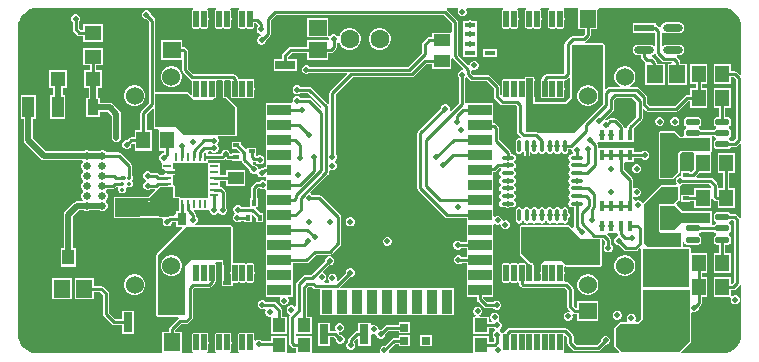
<source format=gtl>
G04*
G04 #@! TF.GenerationSoftware,Altium Limited,Altium Designer,22.2.1 (43)*
G04*
G04 Layer_Physical_Order=1*
G04 Layer_Color=255*
%FSLAX25Y25*%
%MOIN*%
G70*
G04*
G04 #@! TF.SameCoordinates,0E938A99-CEBE-4E5B-98FA-E82972142B6D*
G04*
G04*
G04 #@! TF.FilePolarity,Positive*
G04*
G01*
G75*
%ADD15C,0.01000*%
%ADD17R,0.06102X0.05512*%
%ADD18R,0.05709X0.04724*%
%ADD19R,0.05315X0.03937*%
%ADD20R,0.12402X0.07717*%
%ADD21R,0.03543X0.01673*%
%ADD22R,0.07874X0.03543*%
%ADD23R,0.03543X0.07874*%
%ADD24R,0.05236X0.05236*%
%ADD25R,0.01673X0.03543*%
%ADD26O,0.01181X0.04528*%
%ADD27O,0.04528X0.01181*%
%ADD28R,0.16535X0.16535*%
%ADD29R,0.04724X0.05709*%
%ADD30R,0.02000X0.01402*%
G04:AMPARAMS|DCode=31|XSize=47.64mil|YSize=23.23mil|CornerRadius=5.81mil|HoleSize=0mil|Usage=FLASHONLY|Rotation=0.000|XOffset=0mil|YOffset=0mil|HoleType=Round|Shape=RoundedRectangle|*
%AMROUNDEDRECTD31*
21,1,0.04764,0.01161,0,0,0.0*
21,1,0.03602,0.02323,0,0,0.0*
1,1,0.01161,0.01801,-0.00581*
1,1,0.01161,-0.01801,-0.00581*
1,1,0.01161,-0.01801,0.00581*
1,1,0.01161,0.01801,0.00581*
%
%ADD31ROUNDEDRECTD31*%
%ADD32R,0.05512X0.06102*%
%ADD33R,0.04331X0.04724*%
%ADD34R,0.03150X0.06693*%
G04:AMPARAMS|DCode=35|XSize=67.21mil|YSize=24.25mil|CornerRadius=12.12mil|HoleSize=0mil|Usage=FLASHONLY|Rotation=0.000|XOffset=0mil|YOffset=0mil|HoleType=Round|Shape=RoundedRectangle|*
%AMROUNDEDRECTD35*
21,1,0.06721,0.00000,0,0,0.0*
21,1,0.04296,0.02425,0,0,0.0*
1,1,0.02425,0.02148,0.00000*
1,1,0.02425,-0.02148,0.00000*
1,1,0.02425,-0.02148,0.00000*
1,1,0.02425,0.02148,0.00000*
%
%ADD35ROUNDEDRECTD35*%
%ADD36R,0.06721X0.02425*%
%ADD37R,0.05906X0.05512*%
%ADD38R,0.05591X0.08386*%
G04:AMPARAMS|DCode=39|XSize=17.72mil|YSize=55.12mil|CornerRadius=1.95mil|HoleSize=0mil|Usage=FLASHONLY|Rotation=180.000|XOffset=0mil|YOffset=0mil|HoleType=Round|Shape=RoundedRectangle|*
%AMROUNDEDRECTD39*
21,1,0.01772,0.05122,0,0,180.0*
21,1,0.01382,0.05512,0,0,180.0*
1,1,0.00390,-0.00691,0.02561*
1,1,0.00390,0.00691,0.02561*
1,1,0.00390,0.00691,-0.02561*
1,1,0.00390,-0.00691,-0.02561*
%
%ADD39ROUNDEDRECTD39*%
%ADD40R,0.02756X0.02756*%
%ADD41R,0.05315X0.04331*%
%ADD42R,0.01402X0.02000*%
%ADD43R,0.03150X0.04134*%
%ADD44R,0.03740X0.05315*%
%ADD45R,0.04921X0.04803*%
%ADD46R,0.05315X0.03740*%
%ADD47R,0.00984X0.02756*%
%ADD48R,0.02756X0.00984*%
%ADD49R,0.03937X0.07087*%
%ADD50R,0.05512X0.05906*%
%ADD51R,0.06693X0.03150*%
%ADD52R,0.03960X0.05151*%
%ADD71R,0.10827X0.10827*%
%ADD78C,0.02559*%
%ADD79R,0.02559X0.02559*%
G04:AMPARAMS|DCode=80|XSize=35.43mil|YSize=94.49mil|CornerRadius=17.72mil|HoleSize=0mil|Usage=FLASHONLY|Rotation=270.000|XOffset=0mil|YOffset=0mil|HoleType=Round|Shape=RoundedRectangle|*
%AMROUNDEDRECTD80*
21,1,0.03543,0.05906,0,0,270.0*
21,1,0.00000,0.09449,0,0,270.0*
1,1,0.03543,-0.02953,0.00000*
1,1,0.03543,-0.02953,0.00000*
1,1,0.03543,0.02953,0.00000*
1,1,0.03543,0.02953,0.00000*
%
%ADD80ROUNDEDRECTD80*%
G04:AMPARAMS|DCode=81|XSize=35.43mil|YSize=66.93mil|CornerRadius=17.72mil|HoleSize=0mil|Usage=FLASHONLY|Rotation=270.000|XOffset=0mil|YOffset=0mil|HoleType=Round|Shape=RoundedRectangle|*
%AMROUNDEDRECTD81*
21,1,0.03543,0.03150,0,0,270.0*
21,1,0.00000,0.06693,0,0,270.0*
1,1,0.03543,-0.01575,0.00000*
1,1,0.03543,-0.01575,0.00000*
1,1,0.03543,0.01575,0.00000*
1,1,0.03543,0.01575,0.00000*
%
%ADD81ROUNDEDRECTD81*%
%ADD82C,0.02000*%
G04:AMPARAMS|DCode=84|XSize=133.86mil|YSize=196.85mil|CornerRadius=2.01mil|HoleSize=0mil|Usage=FLASHONLY|Rotation=90.000|XOffset=0mil|YOffset=0mil|HoleType=Round|Shape=RoundedRectangle|*
%AMROUNDEDRECTD84*
21,1,0.13386,0.19284,0,0,90.0*
21,1,0.12984,0.19685,0,0,90.0*
1,1,0.00402,0.09642,0.06492*
1,1,0.00402,0.09642,-0.06492*
1,1,0.00402,-0.09642,-0.06492*
1,1,0.00402,-0.09642,0.06492*
%
%ADD84ROUNDEDRECTD84*%
G04:AMPARAMS|DCode=85|XSize=17.72mil|YSize=11.81mil|CornerRadius=3.96mil|HoleSize=0mil|Usage=FLASHONLY|Rotation=0.000|XOffset=0mil|YOffset=0mil|HoleType=Round|Shape=RoundedRectangle|*
%AMROUNDEDRECTD85*
21,1,0.01772,0.00390,0,0,0.0*
21,1,0.00980,0.01181,0,0,0.0*
1,1,0.00791,0.00490,-0.00195*
1,1,0.00791,-0.00490,-0.00195*
1,1,0.00791,-0.00490,0.00195*
1,1,0.00791,0.00490,0.00195*
%
%ADD85ROUNDEDRECTD85*%
G04:AMPARAMS|DCode=86|XSize=15.75mil|YSize=11.81mil|CornerRadius=3.96mil|HoleSize=0mil|Usage=FLASHONLY|Rotation=0.000|XOffset=0mil|YOffset=0mil|HoleType=Round|Shape=RoundedRectangle|*
%AMROUNDEDRECTD86*
21,1,0.01575,0.00390,0,0,0.0*
21,1,0.00784,0.01181,0,0,0.0*
1,1,0.00791,0.00392,-0.00195*
1,1,0.00791,-0.00392,-0.00195*
1,1,0.00791,-0.00392,0.00195*
1,1,0.00791,0.00392,0.00195*
%
%ADD86ROUNDEDRECTD86*%
%ADD87C,0.02000*%
%ADD88R,0.06299X0.06299*%
%ADD89C,0.06299*%
%ADD90C,0.06000*%
%ADD91R,0.06000X0.06000*%
%ADD92C,0.15748*%
%ADD93C,0.01968*%
G36*
X7874Y116597D02*
X59646D01*
X59797Y116097D01*
X59733Y116054D01*
X59580Y115824D01*
X59526Y115553D01*
Y110431D01*
X59580Y110160D01*
X59733Y109930D01*
X59963Y109776D01*
X60234Y109723D01*
X61616D01*
X61887Y109776D01*
X62205Y109897D01*
X62522Y109776D01*
X62793Y109723D01*
X64175D01*
X64446Y109776D01*
X64676Y109930D01*
X64830Y110160D01*
X64884Y110431D01*
Y112451D01*
X64984Y112694D01*
Y113291D01*
X64884Y113533D01*
Y115553D01*
X64830Y115824D01*
X64676Y116054D01*
X64612Y116097D01*
X64764Y116597D01*
X67323Y116597D01*
X67475Y116097D01*
X67410Y116054D01*
X67257Y115824D01*
X67203Y115553D01*
Y113533D01*
X67102Y113291D01*
Y112694D01*
X67203Y112451D01*
Y110431D01*
X67257Y110160D01*
X67410Y109930D01*
X67640Y109776D01*
X67911Y109723D01*
X69293D01*
X69564Y109776D01*
X69882Y109897D01*
X70199Y109776D01*
X70470Y109723D01*
X71852D01*
X72123Y109776D01*
X72353Y109930D01*
X72507Y110160D01*
X72561Y110431D01*
Y112451D01*
X72661Y112694D01*
Y113291D01*
X72561Y113533D01*
Y115553D01*
X72507Y115824D01*
X72353Y116054D01*
X72289Y116097D01*
X72441Y116597D01*
X75000D01*
X75152Y116097D01*
X75088Y116054D01*
X74934Y115824D01*
X74880Y115553D01*
Y113533D01*
X74779Y113291D01*
Y112694D01*
X74880Y112451D01*
Y110431D01*
X74934Y110160D01*
X75088Y109930D01*
X75317Y109776D01*
X75589Y109723D01*
X76970D01*
X77242Y109776D01*
X77559Y109897D01*
X77877Y109776D01*
X78148Y109723D01*
X79530D01*
X79801Y109776D01*
X80031Y109930D01*
X80184Y110160D01*
X80238Y110431D01*
Y111579D01*
X80877D01*
X81461Y110995D01*
Y110550D01*
X81209Y110299D01*
X80980Y109747D01*
Y109151D01*
X81209Y108599D01*
X81631Y108177D01*
X82082Y107990D01*
X82207Y107857D01*
X82222Y107825D01*
X82343Y107449D01*
X82273Y107362D01*
X81827Y107177D01*
X81406Y106755D01*
X81177Y106204D01*
Y105607D01*
X81406Y105056D01*
X81827Y104634D01*
X82379Y104405D01*
X82976D01*
X83527Y104634D01*
X83949Y105056D01*
X84177Y105607D01*
Y105964D01*
X85367Y107153D01*
X85588Y107484D01*
X85665Y107874D01*
Y112570D01*
X87430Y114335D01*
X143279D01*
X146028Y111585D01*
Y108810D01*
X145874Y108374D01*
X145528Y108374D01*
X139559D01*
Y106925D01*
X138583D01*
X138192Y106848D01*
X137862Y106626D01*
X136287Y105052D01*
X136066Y104721D01*
X135988Y104331D01*
Y101603D01*
X131467Y97083D01*
X98739D01*
X98488Y97335D01*
X97936Y97563D01*
X97339D01*
X96788Y97335D01*
X96366Y96913D01*
X96138Y96361D01*
Y95765D01*
X96366Y95213D01*
X96788Y94791D01*
X97339Y94563D01*
X97936D01*
X98488Y94791D01*
X98739Y95043D01*
X111058D01*
X111250Y94582D01*
X105578Y88910D01*
X105357Y88579D01*
X105280Y88189D01*
Y84843D01*
X105078Y84718D01*
X104780Y84654D01*
X99343Y90091D01*
X99012Y90312D01*
X98622Y90390D01*
X95590D01*
X95338Y90642D01*
X94787Y90870D01*
X94190D01*
X93638Y90642D01*
X93217Y90220D01*
X92988Y89668D01*
Y89072D01*
X93217Y88520D01*
X93638Y88098D01*
X94190Y87870D01*
X94787D01*
X95338Y88098D01*
X95590Y88350D01*
X98200D01*
X102875Y83675D01*
X102850Y83551D01*
X102308Y83386D01*
X99343Y86351D01*
X99012Y86572D01*
X98622Y86650D01*
X95590D01*
X95338Y86902D01*
X94787Y87130D01*
X94190D01*
X93638Y86902D01*
X93217Y86480D01*
X92988Y85928D01*
Y85409D01*
X92988Y85332D01*
X92622Y84909D01*
X84146D01*
Y80409D01*
X84146Y80366D01*
Y79909D01*
X84146Y79866D01*
Y75410D01*
X84146Y75366D01*
Y74909D01*
X84146Y74866D01*
Y70410D01*
X84146Y70366D01*
Y69909D01*
X84146Y69866D01*
Y65409D01*
X84146Y65366D01*
Y64909D01*
X84146Y64866D01*
Y63657D01*
X83701D01*
X83311Y63580D01*
X82980Y63359D01*
X82735Y63114D01*
X82379D01*
X82118Y63006D01*
X81683Y63082D01*
X81546Y63269D01*
X81390Y63645D01*
X80968Y64067D01*
X80417Y64295D01*
X80060D01*
X79655Y64700D01*
X79902Y65161D01*
X80124Y65117D01*
X80806D01*
X80815Y65095D01*
X81237Y64673D01*
X81788Y64445D01*
X82385D01*
X82936Y64673D01*
X83358Y65095D01*
X83587Y65646D01*
Y66243D01*
X83358Y66795D01*
X82936Y67216D01*
X82385Y67445D01*
X81788D01*
X81237Y67216D01*
X80910Y67421D01*
X80821Y67697D01*
X80821D01*
Y70098D01*
X77821D01*
Y69716D01*
X77321Y69509D01*
X75722Y71107D01*
Y72067D01*
X72722D01*
Y69665D01*
X74281D01*
X75316Y68630D01*
X75109Y68130D01*
X72722D01*
Y67949D01*
X72169D01*
Y68180D01*
X71941Y68732D01*
X71519Y69153D01*
X70968Y69382D01*
X70371D01*
X69820Y69153D01*
X69398Y68732D01*
X69169Y68180D01*
Y67850D01*
X64969D01*
Y68709D01*
X65405Y68862D01*
X65827D01*
X66079Y68610D01*
X66631Y68382D01*
X67228D01*
X67779Y68610D01*
X68201Y69032D01*
X68429Y69583D01*
Y70180D01*
X68201Y70732D01*
X67787Y71146D01*
X68201Y71560D01*
X68429Y72111D01*
Y72708D01*
X68201Y73259D01*
X68092Y73368D01*
X68299Y73868D01*
X73819D01*
X74202Y74027D01*
X74360Y74410D01*
Y83464D01*
X74360Y83465D01*
X74202Y83847D01*
X71172Y86877D01*
X70789Y87036D01*
X70332Y87134D01*
X70326Y87143D01*
X70303Y87256D01*
Y92325D01*
X70494Y92520D01*
X70720Y92665D01*
X71879D01*
X72321Y92325D01*
Y87203D01*
X72375Y86932D01*
X72528Y86702D01*
X72758Y86548D01*
X73030Y86494D01*
X74411D01*
X74682Y86548D01*
X75000Y86669D01*
X75318Y86548D01*
X75589Y86494D01*
X76970D01*
X77242Y86548D01*
X77559Y86669D01*
X77877Y86548D01*
X78148Y86494D01*
X79530D01*
X79801Y86548D01*
X80031Y86702D01*
X80184Y86932D01*
X80238Y87203D01*
Y89223D01*
X80339Y89465D01*
Y90062D01*
X80238Y90305D01*
Y92325D01*
X80184Y92596D01*
X80031Y92826D01*
X79801Y92979D01*
X79530Y93033D01*
X78148D01*
X77877Y92979D01*
X77559Y92859D01*
X77242Y92979D01*
X76970Y93033D01*
X75589D01*
X75317Y92979D01*
X75199Y92935D01*
X74859Y93057D01*
X74773Y93106D01*
X74731Y93143D01*
X74663Y93489D01*
X74441Y93820D01*
X73856Y94406D01*
X73525Y94627D01*
X73135Y94705D01*
X59887D01*
X58303Y96289D01*
Y101969D01*
X58225Y102359D01*
X58004Y102690D01*
X57414Y103280D01*
X57083Y103501D01*
X56693Y103579D01*
X56209D01*
Y105815D01*
X49303D01*
Y99303D01*
X56209D01*
X56264Y98826D01*
Y95866D01*
X56341Y95476D01*
X56563Y95145D01*
X58744Y92964D01*
X59074Y92743D01*
X59117Y92735D01*
X59526Y92325D01*
Y90305D01*
X59425Y90062D01*
Y89465D01*
X59526Y89223D01*
Y87956D01*
X59064Y87765D01*
X58454Y88375D01*
X58071Y88533D01*
X58071Y88533D01*
X47279D01*
Y112402D01*
X47202Y112792D01*
X46981Y113122D01*
X45791Y114312D01*
Y114669D01*
X45563Y115220D01*
X45141Y115642D01*
X44590Y115870D01*
X43993D01*
X43442Y115642D01*
X43020Y115220D01*
X42791Y114669D01*
Y114072D01*
X43020Y113520D01*
X43442Y113098D01*
X43993Y112870D01*
X44349D01*
X45240Y111979D01*
Y84871D01*
X42586Y82217D01*
X42365Y81886D01*
X42287Y81496D01*
Y75795D01*
X40445D01*
Y73461D01*
X39173D01*
X38783Y73383D01*
X38452Y73162D01*
X37853Y72563D01*
X37497D01*
X36946Y72335D01*
X36524Y71913D01*
X36295Y71361D01*
Y70765D01*
X36524Y70213D01*
X36946Y69791D01*
X37497Y69563D01*
X38094D01*
X38645Y69791D01*
X39067Y70213D01*
X39295Y70765D01*
Y71121D01*
X39596Y71421D01*
X40445D01*
Y69087D01*
X46169D01*
Y75795D01*
X44327D01*
Y81074D01*
X46241Y82988D01*
X46703Y82797D01*
Y76772D01*
X46861Y76389D01*
X47244Y76230D01*
X48162D01*
X48319Y75795D01*
X48319Y75730D01*
Y69087D01*
X50161D01*
Y68336D01*
X50058Y68232D01*
X49702D01*
X49150Y68004D01*
X48728Y67582D01*
X48500Y67031D01*
Y66434D01*
X48728Y65883D01*
X49150Y65461D01*
X49266Y65412D01*
X49402Y64969D01*
X49402Y64815D01*
Y62984D01*
X50128D01*
X50395Y62484D01*
X50338Y62398D01*
X50260Y62008D01*
X50338Y61618D01*
X50377Y61559D01*
X50110Y61059D01*
X48651D01*
X48260Y61449D01*
X47930Y61670D01*
X47539Y61748D01*
X45885D01*
X45633Y62000D01*
X45082Y62228D01*
X44485D01*
X43934Y62000D01*
X43512Y61578D01*
X43284Y61027D01*
Y60430D01*
X43512Y59879D01*
X43934Y59457D01*
X44206Y59344D01*
X44201Y58805D01*
X43835Y58653D01*
X43413Y58232D01*
X43185Y57680D01*
Y57083D01*
X43413Y56532D01*
X43835Y56110D01*
X44387Y55882D01*
X44983D01*
X45535Y56110D01*
X45787Y56362D01*
X47016D01*
X47223Y55862D01*
X45051Y53691D01*
X33858Y53691D01*
X33476Y53532D01*
X33317Y53150D01*
Y47047D01*
X33476Y46665D01*
X33858Y46506D01*
X42118D01*
X42375Y46612D01*
X48176D01*
X48433Y46506D01*
X49637D01*
X49860Y46006D01*
X49681Y45574D01*
Y44977D01*
X49909Y44426D01*
X50331Y44004D01*
X50883Y43776D01*
X51480D01*
X52031Y44004D01*
X52453Y44426D01*
X52681Y44977D01*
Y45240D01*
X54126D01*
Y43693D01*
X56054D01*
X56245Y43231D01*
X47649Y34635D01*
X47490Y34252D01*
X47490Y34252D01*
Y14173D01*
X47649Y13791D01*
X48031Y13632D01*
X54949D01*
X55107Y13169D01*
X55100Y13132D01*
X54791Y12926D01*
X52035Y10170D01*
X51814Y9839D01*
X51736Y9449D01*
Y8571D01*
X49500D01*
Y2013D01*
X49500Y1665D01*
X49063Y1513D01*
X7874D01*
X7874Y1513D01*
Y1513D01*
X7390Y1551D01*
X6631Y1626D01*
X5436Y1988D01*
X4335Y2577D01*
X3369Y3369D01*
X2577Y4335D01*
X1988Y5436D01*
X1626Y6631D01*
X1551Y7390D01*
X1513Y7874D01*
X1513D01*
Y110236D01*
X1507Y110269D01*
X1626Y111479D01*
X1988Y112674D01*
X2577Y113776D01*
X3369Y114741D01*
X4335Y115533D01*
X5436Y116122D01*
X6631Y116484D01*
X7841Y116603D01*
X7874Y116597D01*
D02*
G37*
G36*
X149905Y96291D02*
X149697Y95791D01*
X149308D01*
X148757Y95563D01*
X148335Y95141D01*
X148106Y94590D01*
Y93993D01*
X148335Y93442D01*
X148587Y93190D01*
Y85068D01*
X145690Y82171D01*
X145266Y82454D01*
X145398Y82772D01*
Y83369D01*
X145169Y83921D01*
X144747Y84342D01*
X144196Y84571D01*
X143599D01*
X143048Y84342D01*
X142626Y83921D01*
X142398Y83369D01*
Y83013D01*
X134909Y75524D01*
X134688Y75193D01*
X134610Y74803D01*
Y56496D01*
X134688Y56106D01*
X134909Y55775D01*
X143767Y46917D01*
X144098Y46696D01*
X144488Y46618D01*
X151075D01*
Y45409D01*
X151075Y45366D01*
Y44909D01*
X151075Y44866D01*
Y40409D01*
X151075Y40366D01*
Y39909D01*
X151075Y39866D01*
Y38618D01*
X149133D01*
X148881Y38870D01*
X148330Y39098D01*
X147733D01*
X147182Y38870D01*
X146760Y38448D01*
X146531Y37897D01*
Y37300D01*
X146760Y36749D01*
X147182Y36327D01*
X147733Y36098D01*
X148330D01*
X148881Y36327D01*
X149133Y36579D01*
X151075D01*
Y35409D01*
X151075Y35366D01*
Y34909D01*
X151075Y34866D01*
Y33657D01*
X149370D01*
X149117Y33909D01*
X148566Y34138D01*
X147969D01*
X147418Y33909D01*
X146996Y33487D01*
X146768Y32936D01*
Y32339D01*
X146996Y31788D01*
X147418Y31366D01*
X147969Y31138D01*
X148566D01*
X149117Y31366D01*
X149370Y31618D01*
X151075D01*
Y30409D01*
X151075Y30366D01*
Y29909D01*
X151075Y29866D01*
Y25409D01*
X151075Y25366D01*
Y24909D01*
X151075Y24866D01*
Y20366D01*
X154492D01*
Y19488D01*
X154570Y19098D01*
X154791Y18767D01*
X156759Y16799D01*
X157090Y16578D01*
X157480Y16500D01*
X159953D01*
X160174Y16280D01*
X160725Y16051D01*
X161322D01*
X161873Y16280D01*
X162295Y16702D01*
X162524Y17253D01*
Y17850D01*
X162295Y18401D01*
X161873Y18823D01*
X161322Y19051D01*
X160725D01*
X160174Y18823D01*
X159890Y18539D01*
X157903D01*
X156576Y19866D01*
X156639Y20366D01*
X159949D01*
Y24866D01*
X159949Y24909D01*
Y25366D01*
X159949Y25409D01*
Y29866D01*
X159949Y29909D01*
Y30366D01*
X159949Y30409D01*
Y34866D01*
X159949Y34909D01*
Y35366D01*
X159949Y35409D01*
Y39866D01*
X159949Y39909D01*
Y40366D01*
X159949Y40409D01*
Y44388D01*
X160449Y44595D01*
X160509Y44535D01*
X161060Y44307D01*
X161657D01*
X161976Y44440D01*
X162472Y44153D01*
X162476Y44147D01*
Y43993D01*
X162705Y43442D01*
X163127Y43020D01*
X163678Y42791D01*
X164275D01*
X164826Y43020D01*
X165248Y43442D01*
X165476Y43993D01*
Y44590D01*
X165248Y45141D01*
X164826Y45563D01*
X164275Y45791D01*
X163678D01*
X163358Y45659D01*
X162863Y45945D01*
X162858Y45952D01*
Y46106D01*
X162630Y46657D01*
X162208Y47079D01*
X161657Y47307D01*
X161060D01*
X160509Y47079D01*
X160449Y47019D01*
X159949Y47226D01*
Y49909D01*
X159949D01*
Y50366D01*
X159949D01*
Y54866D01*
X159949Y54909D01*
Y55366D01*
X159949Y55409D01*
Y59866D01*
X159949Y59909D01*
Y60366D01*
X159949Y60409D01*
Y61776D01*
X160039D01*
X160430Y61853D01*
X160760Y62074D01*
X161840Y63154D01*
X162555D01*
X162560Y63150D01*
X162567Y63117D01*
Y62671D01*
X162560Y62637D01*
X162206Y62400D01*
X161965Y62040D01*
X161880Y61614D01*
X161965Y61189D01*
X162206Y60828D01*
X162560Y60591D01*
X162567Y60558D01*
Y60112D01*
X162560Y60078D01*
X162206Y59841D01*
X161965Y59481D01*
X161880Y59055D01*
X161965Y58630D01*
X162206Y58269D01*
X162560Y58032D01*
X162567Y57999D01*
Y57553D01*
X162560Y57519D01*
X162206Y57282D01*
X161965Y56922D01*
X161880Y56496D01*
X161965Y56071D01*
X162206Y55710D01*
X162560Y55473D01*
X162567Y55440D01*
Y54993D01*
X162560Y54960D01*
X162206Y54723D01*
X161965Y54362D01*
X161880Y53937D01*
X161965Y53512D01*
X162206Y53151D01*
X162560Y52914D01*
X162567Y52881D01*
Y52434D01*
X162560Y52401D01*
X162206Y52164D01*
X161965Y51803D01*
X161880Y51378D01*
X161965Y50952D01*
X162206Y50592D01*
X162567Y50351D01*
X162992Y50266D01*
X163656D01*
X163816Y50106D01*
X164367Y49878D01*
X164964D01*
X165515Y50106D01*
X165675Y50266D01*
X166339D01*
X166764Y50351D01*
X167125Y50592D01*
X167366Y50952D01*
X167450Y51378D01*
X167366Y51803D01*
X167125Y52164D01*
X166770Y52401D01*
X166764Y52434D01*
Y52881D01*
X166770Y52914D01*
X167125Y53151D01*
X167366Y53512D01*
X167450Y53937D01*
X167366Y54362D01*
X167125Y54723D01*
X166770Y54960D01*
X166764Y54993D01*
Y55440D01*
X166770Y55473D01*
X167125Y55710D01*
X167366Y56071D01*
X167450Y56496D01*
X167366Y56922D01*
X167125Y57282D01*
X166770Y57519D01*
X166764Y57553D01*
Y57999D01*
X166770Y58032D01*
X167125Y58269D01*
X167366Y58630D01*
X167450Y59055D01*
X167366Y59481D01*
X167125Y59841D01*
X166770Y60078D01*
X166764Y60112D01*
Y60558D01*
X166770Y60591D01*
X167125Y60828D01*
X167366Y61189D01*
X167450Y61614D01*
X167366Y62040D01*
X167125Y62400D01*
X166770Y62637D01*
X166764Y62671D01*
Y63117D01*
X166770Y63150D01*
X167125Y63387D01*
X167366Y63748D01*
X167450Y64173D01*
X167366Y64599D01*
X167125Y64960D01*
X166770Y65196D01*
X166764Y65230D01*
Y65676D01*
X166770Y65709D01*
X167125Y65946D01*
X167366Y66307D01*
X167450Y66732D01*
X167366Y67158D01*
X167125Y67519D01*
X166764Y67760D01*
X166339Y67844D01*
X165685D01*
Y68405D01*
X165607Y68796D01*
X165386Y69126D01*
X161846Y72666D01*
Y76575D01*
X161769Y76965D01*
X161548Y77296D01*
X160760Y78083D01*
X160430Y78304D01*
X160039Y78382D01*
X159949D01*
Y79866D01*
X159949Y79909D01*
Y80366D01*
X159949Y80409D01*
Y84909D01*
X151075D01*
X151075Y84909D01*
Y84909D01*
X151075Y84909D01*
X150626Y85033D01*
Y93190D01*
X150878Y93442D01*
X151129Y93492D01*
X152035Y92586D01*
X152366Y92365D01*
X152756Y92287D01*
X157649D01*
X160201Y89735D01*
Y87008D01*
X160278Y86618D01*
X160500Y86287D01*
X162271Y84515D01*
X162602Y84294D01*
X162992Y84217D01*
X167429D01*
X167878Y83767D01*
Y75394D01*
X167956Y75003D01*
X168177Y74673D01*
X169151Y73698D01*
X169024Y73454D01*
X168856Y73286D01*
X168504Y73356D01*
X168078Y73271D01*
X167718Y73030D01*
X167477Y72670D01*
X167392Y72244D01*
Y68898D01*
X167477Y68472D01*
X167718Y68111D01*
X168078Y67870D01*
X168504Y67786D01*
X168929Y67870D01*
X169290Y68111D01*
X169531Y68472D01*
X169543Y68533D01*
X170043Y68484D01*
Y64173D01*
X170121Y63783D01*
X170342Y63452D01*
X175460Y58334D01*
X175791Y58113D01*
X176181Y58035D01*
X176571Y58113D01*
X176902Y58334D01*
X177123Y58665D01*
X177201Y59055D01*
X177123Y59445D01*
X176902Y59776D01*
X172083Y64596D01*
Y68484D01*
X172583Y68533D01*
X172595Y68472D01*
X172836Y68111D01*
X173196Y67870D01*
X173622Y67786D01*
X174048Y67870D01*
X174408Y68111D01*
X174645Y68466D01*
X174679Y68472D01*
X175125D01*
X175158Y68466D01*
X175395Y68111D01*
X175756Y67870D01*
X176181Y67786D01*
X176607Y67870D01*
X176967Y68111D01*
X177204Y68466D01*
X177237Y68472D01*
X177684D01*
X177717Y68466D01*
X177954Y68111D01*
X178315Y67870D01*
X178740Y67786D01*
X179166Y67870D01*
X179526Y68111D01*
X179763Y68466D01*
X179797Y68472D01*
X180243D01*
X180276Y68466D01*
X180513Y68111D01*
X180874Y67870D01*
X181299Y67786D01*
X181725Y67870D01*
X182086Y68111D01*
X182322Y68466D01*
X182356Y68472D01*
X182802D01*
X182835Y68466D01*
X183072Y68111D01*
X183433Y67870D01*
X183858Y67786D01*
X184284Y67870D01*
X184644Y68111D01*
X184886Y68472D01*
X184970Y68898D01*
Y69551D01*
X185949D01*
X186197Y69348D01*
Y69091D01*
X186425Y68540D01*
X186621Y68344D01*
X186542Y67844D01*
X186024D01*
X185598Y67760D01*
X185237Y67519D01*
X184996Y67158D01*
X184912Y66732D01*
X184996Y66307D01*
X185237Y65946D01*
X185592Y65709D01*
X185598Y65676D01*
Y65230D01*
X185592Y65196D01*
X185237Y64960D01*
X184996Y64599D01*
X184912Y64173D01*
X184996Y63748D01*
X185237Y63387D01*
X185592Y63150D01*
X185598Y63117D01*
Y62671D01*
X185592Y62637D01*
X185237Y62400D01*
X184996Y62040D01*
X184912Y61614D01*
X184996Y61189D01*
X185237Y60828D01*
X185592Y60591D01*
X185598Y60558D01*
Y60112D01*
X185592Y60078D01*
X185237Y59841D01*
X184996Y59481D01*
X184912Y59055D01*
X184996Y58630D01*
X185237Y58269D01*
X185592Y58032D01*
X185598Y57999D01*
Y57553D01*
X185592Y57519D01*
X185237Y57282D01*
X184996Y56922D01*
X184912Y56496D01*
X184996Y56071D01*
X185237Y55710D01*
X185592Y55473D01*
X185598Y55440D01*
Y54993D01*
X185592Y54960D01*
X185237Y54723D01*
X184996Y54362D01*
X184912Y53937D01*
X184996Y53512D01*
X185237Y53151D01*
X185592Y52914D01*
X185598Y52881D01*
Y52434D01*
X185592Y52401D01*
X185237Y52164D01*
X184996Y51803D01*
X184912Y51378D01*
X184996Y50952D01*
X185237Y50592D01*
X185598Y50351D01*
X186024Y50266D01*
X186677D01*
Y43571D01*
X186686Y43527D01*
X186225Y43280D01*
X185422Y44083D01*
X185039Y44242D01*
X185039Y44242D01*
X169291Y44242D01*
X168909Y44083D01*
X168750Y43701D01*
Y34646D01*
X168750Y34646D01*
X168909Y34263D01*
X171938Y31233D01*
X172321Y31075D01*
X172778Y30977D01*
X172784Y30968D01*
X172807Y30854D01*
Y25785D01*
X172617Y25590D01*
X172391Y25445D01*
X171231D01*
X170789Y25785D01*
Y30907D01*
X170735Y31179D01*
X170582Y31409D01*
X170352Y31562D01*
X170081Y31616D01*
X168699D01*
X168428Y31562D01*
X168198Y31409D01*
X168023D01*
X167793Y31562D01*
X167522Y31616D01*
X166140D01*
X165869Y31562D01*
X165639Y31409D01*
X165464D01*
X165234Y31562D01*
X164963Y31616D01*
X163581D01*
X163310Y31562D01*
X163080Y31409D01*
X162926Y31179D01*
X162872Y30907D01*
Y28888D01*
X162772Y28645D01*
Y28048D01*
X162872Y27805D01*
Y25785D01*
X162926Y25514D01*
X163080Y25284D01*
X163310Y25131D01*
X163581Y25077D01*
X164963D01*
X165234Y25131D01*
X165464Y25284D01*
X165639D01*
X165869Y25131D01*
X166140Y25077D01*
X167522D01*
X167793Y25131D01*
X167878Y25188D01*
X168346Y24984D01*
X168370Y24961D01*
Y24705D01*
X168448Y24315D01*
X168669Y23984D01*
X168948Y23704D01*
X169279Y23483D01*
X169669Y23406D01*
X183304D01*
X183383Y23390D01*
X183830D01*
X184610Y22609D01*
Y16929D01*
X184688Y16539D01*
X184909Y16208D01*
X185406Y15711D01*
X185160Y15310D01*
X185131Y15280D01*
X184544D01*
X183993Y15051D01*
X183571Y14629D01*
X183343Y14078D01*
Y13481D01*
X183571Y12930D01*
X183993Y12508D01*
X184544Y12280D01*
X185141D01*
X185692Y12508D01*
X186114Y12930D01*
X186343Y13481D01*
Y14078D01*
X186277Y14235D01*
X186495Y14475D01*
X186668Y14599D01*
X187008Y14532D01*
X187886D01*
Y12295D01*
X194791D01*
Y18807D01*
X187886D01*
Y16678D01*
X187386Y16615D01*
X186650Y17352D01*
Y23031D01*
X186572Y23422D01*
X186351Y23753D01*
X184973Y25130D01*
X184642Y25351D01*
X184252Y25429D01*
X184023D01*
X183584Y25785D01*
Y27805D01*
X183685Y28048D01*
Y28645D01*
X183584Y28888D01*
Y30154D01*
X184061Y30444D01*
X184252Y30364D01*
X184252Y30364D01*
X195472D01*
X195855Y30523D01*
X196014Y30906D01*
Y39493D01*
X196514Y39643D01*
X197209Y38948D01*
Y37716D01*
X196957Y37464D01*
X196728Y36913D01*
Y36316D01*
X196957Y35765D01*
X197379Y35342D01*
X197930Y35114D01*
X198527D01*
X199078Y35342D01*
X199500Y35765D01*
X199728Y36316D01*
Y36913D01*
X199500Y37464D01*
X199248Y37716D01*
Y39370D01*
X199170Y39760D01*
X198949Y40091D01*
X197914Y41126D01*
X198122Y41626D01*
X200526D01*
X200549Y41626D01*
X201026D01*
X201343Y41339D01*
X201419Y40954D01*
X201422Y40926D01*
X201208Y40366D01*
X200922Y40248D01*
X200500Y39826D01*
X200272Y39275D01*
Y38678D01*
X200500Y38127D01*
X200922Y37705D01*
X201473Y37476D01*
X201830D01*
X203413Y35893D01*
X203744Y35672D01*
X204134Y35595D01*
X207283D01*
X207674Y35672D01*
X208004Y35893D01*
X208643Y36531D01*
X208716Y36513D01*
X209104Y36286D01*
Y23622D01*
X209149Y23515D01*
X209238Y23130D01*
X209149Y22745D01*
X209104Y22638D01*
Y13019D01*
X208044Y11958D01*
X207450D01*
X207226Y12459D01*
X207405Y12891D01*
Y13487D01*
X207177Y14039D01*
X206755Y14461D01*
X206204Y14689D01*
X205607D01*
X205056Y14461D01*
X204634Y14039D01*
X204405Y13487D01*
Y12891D01*
X204585Y12459D01*
X204361Y11958D01*
X202362D01*
X201979Y11800D01*
X201979Y11800D01*
X200405Y10225D01*
X200246Y9843D01*
X200246Y9843D01*
Y3937D01*
X200405Y3554D01*
X200405Y3554D01*
X201946Y2013D01*
X201739Y1513D01*
X183465D01*
X183313Y2013D01*
X183377Y2056D01*
X183530Y2286D01*
X183584Y2557D01*
Y7180D01*
X184084Y7387D01*
X184610Y6861D01*
Y4921D01*
X184688Y4531D01*
X184909Y4200D01*
X186484Y2626D01*
X186814Y2404D01*
X187205Y2327D01*
X194861D01*
X195252Y2404D01*
X195582Y2626D01*
X197261Y4304D01*
X197617D01*
X198169Y4532D01*
X198591Y4954D01*
X198819Y5506D01*
Y6102D01*
X198591Y6654D01*
X198169Y7076D01*
X197617Y7304D01*
X197020D01*
X196469Y7076D01*
X196047Y6654D01*
X195819Y6102D01*
Y5746D01*
X194439Y4366D01*
X187627D01*
X186650Y5344D01*
Y7283D01*
X186572Y7674D01*
X186351Y8004D01*
X184595Y9760D01*
X184264Y9981D01*
X183874Y10059D01*
X165339D01*
X164948Y9981D01*
X164618Y9760D01*
X163649Y8792D01*
X163428Y8461D01*
X163407Y8353D01*
X163310Y8334D01*
X163156Y8231D01*
X162784Y8265D01*
X162575Y8326D01*
X162492Y8527D01*
X162070Y8949D01*
X161992Y8981D01*
Y9523D01*
X162070Y9555D01*
X162492Y9977D01*
X162721Y10528D01*
Y11125D01*
X162492Y11676D01*
X162070Y12098D01*
X161885Y12175D01*
X161705Y12701D01*
X161933Y13253D01*
Y13849D01*
X161705Y14401D01*
X161283Y14823D01*
X160731Y15051D01*
X160135D01*
X159583Y14823D01*
X159161Y14401D01*
X158933Y13849D01*
Y13253D01*
X159161Y12701D01*
X159517Y12346D01*
X159457Y12031D01*
X159363Y11846D01*
X158374D01*
Y13689D01*
X155396D01*
X155296Y14189D01*
X155515Y14279D01*
X155937Y14702D01*
X156165Y15253D01*
Y15849D01*
X155937Y16401D01*
X155515Y16823D01*
X154964Y17051D01*
X154367D01*
X153816Y16823D01*
X153394Y16401D01*
X153165Y15849D01*
Y15253D01*
X153394Y14702D01*
X153816Y14279D01*
X154034Y14189D01*
X153935Y13689D01*
X153043D01*
Y7965D01*
X158374D01*
Y9807D01*
X160119D01*
X160371Y9555D01*
X160449Y9523D01*
Y8981D01*
X160371Y8949D01*
X159949Y8527D01*
X159721Y7976D01*
Y7379D01*
X159949Y6827D01*
X160201Y6575D01*
Y5540D01*
X160011Y5350D01*
X158374D01*
Y7193D01*
X153043D01*
Y1513D01*
X125351D01*
X125020Y2013D01*
X125122Y2261D01*
Y2617D01*
X127194Y4689D01*
X128378D01*
Y3831D01*
X132134D01*
Y7587D01*
X128378D01*
Y6728D01*
X126772D01*
X126382Y6651D01*
X126051Y6430D01*
X123680Y4059D01*
X123324D01*
X122772Y3831D01*
X122350Y3409D01*
X122122Y2857D01*
Y2261D01*
X122224Y2013D01*
X121893Y1513D01*
X99319D01*
Y7193D01*
X94272D01*
X94042Y7579D01*
X94272Y7965D01*
X99319D01*
Y13689D01*
X97673D01*
Y23003D01*
X98257Y23587D01*
X99578D01*
X99870Y23295D01*
X100200Y23074D01*
X100591Y22996D01*
X102276D01*
Y14264D01*
X106819D01*
Y14264D01*
X107276D01*
Y14264D01*
X111776D01*
X111819Y14264D01*
X112276D01*
X112319Y14264D01*
X116776D01*
X116819Y14264D01*
X117276D01*
X117319Y14264D01*
X121776D01*
X121819Y14264D01*
X122276D01*
X122319Y14264D01*
X126776D01*
X126819Y14264D01*
X127276D01*
X127319Y14264D01*
X131776D01*
X131819Y14264D01*
X132276D01*
X132319Y14264D01*
X136776D01*
X136819Y14264D01*
X137276D01*
X137319Y14264D01*
X141776D01*
X141819Y14264D01*
X142276D01*
X142319Y14264D01*
X146819D01*
Y23138D01*
X142319D01*
X142276Y23138D01*
X141819D01*
X141776Y23138D01*
X137319D01*
X137276Y23138D01*
X136819D01*
X136776Y23138D01*
X132319D01*
X132276Y23138D01*
X131819D01*
X131776Y23138D01*
X127319D01*
X127276Y23138D01*
X126819D01*
X126776Y23138D01*
X122319D01*
X122276Y23138D01*
X121819D01*
X121776Y23138D01*
X117319D01*
X117276Y23138D01*
X116819D01*
X116776Y23138D01*
X112319D01*
X112276Y23138D01*
X111819D01*
X111776Y23138D01*
X109145D01*
X108938Y23638D01*
X112147Y26846D01*
X112503D01*
X113054Y27075D01*
X113476Y27497D01*
X113705Y28048D01*
Y28645D01*
X113476Y29196D01*
X113054Y29618D01*
X112503Y29846D01*
X111906D01*
X111355Y29618D01*
X110933Y29196D01*
X110705Y28645D01*
Y28288D01*
X108091Y25675D01*
X107667Y25958D01*
X107799Y26276D01*
Y26873D01*
X107571Y27424D01*
X107149Y27846D01*
X106598Y28075D01*
X106001D01*
X105449Y27846D01*
X105028Y27424D01*
X104799Y26873D01*
Y26276D01*
X105028Y25725D01*
X105217Y25535D01*
X105010Y25035D01*
X103790D01*
X103657Y25370D01*
X103641Y25535D01*
X104027Y25922D01*
X104256Y26473D01*
Y27070D01*
X104027Y27621D01*
X103606Y28043D01*
X103336Y28155D01*
X103207Y28734D01*
X105257Y30784D01*
X105613D01*
X106165Y31012D01*
X106587Y31434D01*
X106815Y31985D01*
Y32582D01*
X106587Y33133D01*
X106165Y33555D01*
X105613Y33784D01*
X105017D01*
X104465Y33555D01*
X104043Y33133D01*
X103815Y32582D01*
Y32225D01*
X99184Y27594D01*
X97047D01*
X96657Y27517D01*
X96326Y27296D01*
X94358Y25327D01*
X94137Y24996D01*
X94059Y24606D01*
Y17221D01*
X93559Y17014D01*
X93360Y17213D01*
X92809Y17442D01*
X92212D01*
X91660Y17213D01*
X91238Y16791D01*
X91010Y16240D01*
Y15643D01*
X91238Y15092D01*
X91660Y14670D01*
X91843Y14595D01*
X91882Y14555D01*
X92020Y13980D01*
X91971Y13907D01*
X91894Y13517D01*
Y4921D01*
X91971Y4531D01*
X92192Y4200D01*
X92783Y3610D01*
X93114Y3389D01*
X93504Y3311D01*
X93988D01*
Y1513D01*
X91051D01*
Y7193D01*
X85720D01*
Y5547D01*
X82795D01*
X82543Y5799D01*
X81991Y6028D01*
X81394D01*
X80843Y5799D01*
X80738Y5694D01*
X80238Y5901D01*
Y7679D01*
X80184Y7950D01*
X80031Y8180D01*
X79801Y8334D01*
X79530Y8388D01*
X78148D01*
X77877Y8334D01*
X77647Y8180D01*
X77471D01*
X77242Y8334D01*
X76970Y8388D01*
X75589D01*
X75318Y8334D01*
X75088Y8180D01*
X74934Y7950D01*
X74880Y7679D01*
Y5659D01*
X74779Y5416D01*
Y4820D01*
X74880Y4577D01*
Y2557D01*
X74934Y2286D01*
X75088Y2056D01*
X75152Y2013D01*
X75000Y1513D01*
X72441D01*
X72289Y2013D01*
X72353Y2056D01*
X72507Y2286D01*
X72561Y2557D01*
Y4577D01*
X72661Y4820D01*
Y5416D01*
X72561Y5659D01*
Y7679D01*
X72507Y7950D01*
X72353Y8180D01*
X72123Y8334D01*
X71852Y8388D01*
X70470D01*
X70199Y8334D01*
X69882Y8213D01*
X69564Y8334D01*
X69293Y8388D01*
X67911D01*
X67640Y8334D01*
X67410Y8180D01*
X67257Y7950D01*
X67203Y7679D01*
Y5659D01*
X67102Y5416D01*
Y4820D01*
X67203Y4577D01*
Y2557D01*
X67257Y2286D01*
X67410Y2056D01*
X67475Y2013D01*
X67323Y1513D01*
X64764D01*
X64612Y2013D01*
X64676Y2056D01*
X64830Y2286D01*
X64884Y2557D01*
Y4577D01*
X64984Y4820D01*
Y5416D01*
X64884Y5659D01*
Y7679D01*
X64830Y7950D01*
X64676Y8180D01*
X64446Y8334D01*
X64175Y8388D01*
X62793D01*
X62522Y8334D01*
X62292Y8180D01*
X62117D01*
X61887Y8334D01*
X61616Y8388D01*
X60234D01*
X59963Y8334D01*
X59733Y8180D01*
X59580Y7950D01*
X59526Y7679D01*
Y5659D01*
X59425Y5416D01*
Y4820D01*
X59526Y4577D01*
Y2557D01*
X59580Y2286D01*
X59733Y2056D01*
X59797Y2013D01*
X59646Y1513D01*
X56449D01*
X56012Y1665D01*
X56012Y2013D01*
Y8571D01*
X53883D01*
X53820Y9071D01*
X55934Y11185D01*
X57480D01*
X57871Y11263D01*
X58201Y11484D01*
X59382Y12665D01*
X59603Y12996D01*
X59681Y13386D01*
Y22921D01*
X60165Y23406D01*
X65173D01*
X65563Y23483D01*
X65894Y23704D01*
X66764Y24574D01*
X66985Y24905D01*
X67034Y25150D01*
X67235Y25284D01*
X67389Y25514D01*
X67443Y25785D01*
Y30907D01*
X67389Y31179D01*
X67235Y31409D01*
X67189Y31439D01*
X67341Y31939D01*
X69341D01*
Y31277D01*
X69401Y31132D01*
X69432Y30977D01*
X69438Y30968D01*
X69461Y30854D01*
Y25839D01*
X69438Y25725D01*
X69432Y25716D01*
X69401Y25561D01*
X69341Y25416D01*
Y24409D01*
X69499Y24027D01*
X69882Y23868D01*
X72441D01*
X72824Y24027D01*
X72982Y24409D01*
Y25038D01*
X73030Y25077D01*
X74411D01*
X74683Y25131D01*
X75000Y25251D01*
X75318Y25131D01*
X75589Y25077D01*
X76970D01*
X77242Y25131D01*
X77559Y25251D01*
X77877Y25131D01*
X78148Y25077D01*
X79530D01*
X79801Y25131D01*
X80031Y25284D01*
X80184Y25514D01*
X80238Y25785D01*
Y27805D01*
X80339Y28048D01*
Y28645D01*
X80238Y28888D01*
Y30907D01*
X80184Y31179D01*
X80031Y31409D01*
X79801Y31562D01*
X79530Y31616D01*
X78148D01*
X77877Y31562D01*
X77647Y31409D01*
X77471D01*
X77242Y31562D01*
X76970Y31616D01*
X75589D01*
X75318Y31562D01*
X75000Y31442D01*
X74682Y31562D01*
X74411Y31616D01*
X73030D01*
X72982Y31655D01*
Y43701D01*
X72824Y44083D01*
X72441Y44242D01*
X65559D01*
X65540Y44234D01*
X61428D01*
X61409Y44242D01*
X60672D01*
X60573Y44742D01*
X60692Y44791D01*
X61114Y45213D01*
X61343Y45765D01*
Y46361D01*
X61114Y46913D01*
X60862Y47165D01*
Y47638D01*
X60785Y48028D01*
X60563Y48359D01*
X60021Y48902D01*
X60228Y49402D01*
X64969D01*
X65331Y49069D01*
Y48914D01*
X65559Y48363D01*
X65981Y47941D01*
X66532Y47713D01*
X67129D01*
X67680Y47941D01*
X67940Y48200D01*
X68258Y48309D01*
X68576Y48200D01*
X68835Y47941D01*
X69387Y47713D01*
X69983D01*
X70535Y47941D01*
X70957Y48363D01*
X71185Y48914D01*
Y49511D01*
X70957Y50062D01*
X70705Y50314D01*
Y55315D01*
X70627Y55705D01*
X70406Y56036D01*
X69626Y56815D01*
X69296Y57037D01*
X68906Y57114D01*
X68709D01*
Y59020D01*
X70858D01*
Y57374D01*
X77173D01*
Y62705D01*
X70858D01*
Y61059D01*
X68709D01*
Y64969D01*
X64969D01*
Y65811D01*
X69618D01*
X70008Y65889D01*
X70339Y66110D01*
X70611Y66382D01*
X70727D01*
X70901Y66208D01*
X71232Y65987D01*
X71622Y65909D01*
X72722D01*
Y65728D01*
X75587Y65728D01*
X75870Y65616D01*
X76103Y65440D01*
X76248Y65224D01*
X78618Y62853D01*
Y62497D01*
X78847Y61946D01*
X79268Y61524D01*
X79820Y61295D01*
X80417D01*
X80677Y61403D01*
X81112Y61327D01*
X81250Y61140D01*
X81406Y60764D01*
X81827Y60343D01*
X82379Y60114D01*
X82976D01*
X83527Y60343D01*
X83646Y60461D01*
X84146Y60366D01*
Y59909D01*
X84146Y59866D01*
Y59428D01*
X83646Y59094D01*
X83444Y59177D01*
X82847D01*
X82296Y58949D01*
X82044Y58697D01*
X81102D01*
X80712Y58619D01*
X80381Y58398D01*
X79397Y57414D01*
X79176Y57083D01*
X79098Y56693D01*
Y53262D01*
X78917D01*
Y50429D01*
X75905D01*
X75653Y50681D01*
X75102Y50909D01*
X74505D01*
X73953Y50681D01*
X73532Y50259D01*
X73303Y49708D01*
Y49111D01*
X73532Y48560D01*
X73664Y48428D01*
X73756Y47930D01*
X73635Y47803D01*
X73335Y47503D01*
X73106Y46952D01*
Y46355D01*
X73335Y45804D01*
X73757Y45382D01*
X74308Y45153D01*
X74905D01*
X75456Y45382D01*
X75713Y45639D01*
X76949D01*
Y45163D01*
X79350D01*
Y47550D01*
X79850Y47757D01*
X80886Y46722D01*
Y45163D01*
X83287D01*
Y48163D01*
X82328D01*
X80729Y49762D01*
X80936Y50262D01*
X81319D01*
Y53262D01*
X81138D01*
Y56271D01*
X81525Y56658D01*
X82044D01*
X82296Y56406D01*
X82847Y56177D01*
X83444D01*
X83646Y56261D01*
X84146Y55927D01*
Y55366D01*
X84146D01*
Y54909D01*
X84146D01*
Y50366D01*
X84146D01*
Y49909D01*
X84146D01*
Y45409D01*
X84146Y45366D01*
Y44909D01*
X84146Y44866D01*
Y40366D01*
X84146D01*
Y39909D01*
X84146D01*
Y35409D01*
X84146Y35366D01*
Y34909D01*
X84146Y34866D01*
Y30409D01*
X84146Y30366D01*
Y29909D01*
X84146Y29866D01*
Y25409D01*
X84146Y25366D01*
Y24909D01*
X84146Y24866D01*
Y20366D01*
X88632D01*
X88763Y20172D01*
X88885Y19866D01*
X88689Y19393D01*
Y18796D01*
X88917Y18245D01*
X89339Y17823D01*
X89891Y17594D01*
X90487D01*
X91039Y17823D01*
X91461Y18245D01*
X91689Y18796D01*
Y19393D01*
X91493Y19866D01*
X91615Y20172D01*
X91746Y20366D01*
X93020D01*
Y24866D01*
X93020Y24909D01*
Y25366D01*
X93020Y25409D01*
Y29866D01*
X93020Y29909D01*
Y30366D01*
X93020Y30409D01*
Y31618D01*
X97598D01*
X97989Y31696D01*
X98319Y31917D01*
X100816Y34413D01*
X105315D01*
X105705Y34491D01*
X106036Y34712D01*
X108989Y37665D01*
X109210Y37996D01*
X109287Y38386D01*
Y46850D01*
X109210Y47241D01*
X108989Y47571D01*
X102690Y53871D01*
X102359Y54092D01*
X101969Y54169D01*
X99527D01*
X99275Y54421D01*
X99005Y54533D01*
X98876Y55111D01*
X104855Y61090D01*
X105076Y61421D01*
X105153Y61811D01*
Y62348D01*
X105654Y62620D01*
X106001Y62476D01*
X106598D01*
X107149Y62705D01*
X107571Y63127D01*
X107799Y63678D01*
Y64275D01*
X107571Y64826D01*
X107242Y65155D01*
X107187Y65453D01*
X107242Y65751D01*
X107571Y66079D01*
X107799Y66631D01*
Y67228D01*
X107571Y67779D01*
X107319Y68031D01*
Y87767D01*
X113021Y93469D01*
X132874D01*
X133264Y93546D01*
X133595Y93767D01*
X137627Y97799D01*
X139559D01*
Y96350D01*
X145874D01*
Y99647D01*
X146175Y99795D01*
X146374Y99822D01*
X149905Y96291D01*
D02*
G37*
G36*
X148074Y116597D02*
X148290Y116097D01*
X148106Y115653D01*
Y115056D01*
X148335Y114505D01*
X148757Y114083D01*
X149308Y113854D01*
X149905D01*
X150456Y114083D01*
X150878Y114505D01*
X151106Y115056D01*
Y115653D01*
X150922Y116097D01*
X151138Y116597D01*
X162992D01*
X163144Y116097D01*
X163080Y116054D01*
X162926Y115824D01*
X162872Y115553D01*
Y110431D01*
X162926Y110160D01*
X163080Y109930D01*
X163310Y109776D01*
X163581Y109723D01*
X164963D01*
X165234Y109776D01*
X165551Y109897D01*
X165869Y109776D01*
X166140Y109723D01*
X167522D01*
X167793Y109776D01*
X168023Y109930D01*
X168176Y110160D01*
X168230Y110431D01*
Y112451D01*
X168331Y112694D01*
Y113291D01*
X168230Y113533D01*
Y115553D01*
X168176Y115824D01*
X168023Y116054D01*
X167959Y116097D01*
X168110Y116597D01*
X170669D01*
X170821Y116097D01*
X170757Y116054D01*
X170603Y115824D01*
X170549Y115553D01*
Y113533D01*
X170449Y113291D01*
Y112694D01*
X170549Y112451D01*
Y110431D01*
X170603Y110160D01*
X170757Y109930D01*
X170987Y109776D01*
X171258Y109723D01*
X172640D01*
X172911Y109776D01*
X173228Y109897D01*
X173546Y109776D01*
X173817Y109723D01*
X175199D01*
X175470Y109776D01*
X175700Y109930D01*
X175853Y110160D01*
X175907Y110431D01*
Y112451D01*
X176008Y112694D01*
Y113291D01*
X175907Y113533D01*
Y115553D01*
X175853Y115824D01*
X175700Y116054D01*
X175636Y116097D01*
X175787Y116597D01*
X178346D01*
X178498Y116097D01*
X178434Y116054D01*
X178280Y115824D01*
X178226Y115553D01*
Y113533D01*
X178126Y113291D01*
Y112694D01*
X178226Y112451D01*
Y110431D01*
X178280Y110160D01*
X178434Y109930D01*
X178664Y109776D01*
X178935Y109723D01*
X180317D01*
X180588Y109776D01*
X180905Y109897D01*
X181223Y109776D01*
X181494Y109723D01*
X182876D01*
X183147Y109776D01*
X183377Y109930D01*
X183530Y110160D01*
X183584Y110431D01*
Y112451D01*
X183685Y112694D01*
Y113291D01*
X183584Y113533D01*
Y115553D01*
X183530Y115824D01*
X183377Y116054D01*
X183313Y116097D01*
X183465Y116597D01*
X187646D01*
X188083Y116445D01*
X188083Y116097D01*
Y109539D01*
X190319D01*
Y107903D01*
X189735Y107319D01*
X186417D01*
X186027Y107241D01*
X185696Y107020D01*
X183925Y105248D01*
X183704Y104918D01*
X183626Y104528D01*
Y94911D01*
X183420Y94705D01*
X177751D01*
X177361Y94627D01*
X177030Y94406D01*
X176444Y93820D01*
X176223Y93489D01*
X176146Y93099D01*
Y92988D01*
X176105Y92979D01*
X175875Y92826D01*
X175721Y92596D01*
X175668Y92325D01*
Y87203D01*
X175721Y86932D01*
X175875Y86702D01*
X176105Y86548D01*
X176376Y86494D01*
X177758D01*
X178029Y86548D01*
X178347Y86669D01*
X178664Y86548D01*
X178935Y86494D01*
X180317D01*
X180588Y86548D01*
X180905Y86669D01*
X181223Y86548D01*
X181494Y86494D01*
X182876D01*
X183147Y86548D01*
X183377Y86702D01*
X183530Y86932D01*
X183584Y87203D01*
Y89223D01*
X183685Y89465D01*
Y90062D01*
X183584Y90305D01*
Y92325D01*
X184017Y92700D01*
X184233Y92743D01*
X184564Y92964D01*
X184982Y93383D01*
X185482Y93176D01*
Y86838D01*
X183831Y85187D01*
X173770D01*
Y86833D01*
X173709Y86979D01*
X173678Y87134D01*
X173672Y87143D01*
X173650Y87256D01*
Y92272D01*
X173693Y92490D01*
X173676Y92579D01*
X173703Y92716D01*
X173687Y92740D01*
X173689Y92769D01*
X173536Y93269D01*
X173452Y93371D01*
X173401Y93493D01*
X173325Y93524D01*
X173273Y93588D01*
X173141Y93601D01*
X173019Y93651D01*
X170879D01*
X170757Y93601D01*
X170625Y93588D01*
X170572Y93524D01*
X170496Y93493D01*
X170446Y93371D01*
X170361Y93269D01*
X170277Y92994D01*
X170081Y93033D01*
X168699D01*
X168428Y92979D01*
X168110Y92859D01*
X167793Y92979D01*
X167522Y93033D01*
X166140D01*
X165869Y92979D01*
X165551Y92859D01*
X165234Y92979D01*
X164963Y93033D01*
X163581D01*
X163310Y92979D01*
X163080Y92826D01*
X162926Y92596D01*
X162872Y92325D01*
Y90305D01*
X162772Y90062D01*
Y89465D01*
X162872Y89223D01*
Y87963D01*
X162372Y87696D01*
X162240Y87784D01*
Y90158D01*
X162162Y90548D01*
X161941Y90878D01*
X158792Y94028D01*
X158461Y94249D01*
X158071Y94327D01*
X153178D01*
X152626Y94879D01*
Y95656D01*
X153126Y95990D01*
X153245Y95941D01*
X153842D01*
X154393Y96169D01*
X154815Y96591D01*
X155043Y97143D01*
Y97739D01*
X154815Y98291D01*
X154393Y98713D01*
X153842Y98941D01*
X153245D01*
X152694Y98713D01*
X152272Y98291D01*
X152043Y97739D01*
X151543Y97536D01*
X148067Y101013D01*
Y112008D01*
X147989Y112398D01*
X147768Y112729D01*
X144422Y116075D01*
X144389Y116097D01*
X144541Y116597D01*
X148074D01*
D02*
G37*
G36*
X235720Y116597D02*
X236220Y116597D01*
X236705Y116559D01*
X237463Y116484D01*
X238658Y116122D01*
X239760Y115533D01*
X240725Y114741D01*
X241517Y113775D01*
X242106Y112674D01*
X242469Y111479D01*
X242543Y110724D01*
X242581Y110236D01*
X242581Y110236D01*
X242581Y109745D01*
Y94607D01*
X242081Y94400D01*
X241272Y95209D01*
X240941Y95430D01*
X240551Y95508D01*
X239083D01*
Y97843D01*
X233358D01*
Y91134D01*
X239083D01*
Y93469D01*
X240129D01*
X240713Y92885D01*
Y73060D01*
X239932Y72279D01*
X239048D01*
X238821Y72620D01*
X238463Y72859D01*
X238380Y72875D01*
Y73385D01*
X238463Y73401D01*
X238821Y73640D01*
X239059Y73998D01*
X239143Y74419D01*
Y75581D01*
X239059Y76002D01*
X238821Y76360D01*
X238463Y76599D01*
X238380Y76615D01*
Y77125D01*
X238463Y77141D01*
X238821Y77380D01*
X239059Y77738D01*
X239143Y78159D01*
Y79321D01*
X239059Y79742D01*
X238821Y80100D01*
X238463Y80339D01*
X238041Y80423D01*
X237260D01*
Y83260D01*
X239083D01*
Y89969D01*
X233358D01*
Y83260D01*
X235221D01*
Y80423D01*
X234439D01*
X234017Y80339D01*
X233660Y80100D01*
X233421Y79742D01*
X233337Y79321D01*
Y78159D01*
X233421Y77738D01*
X233660Y77380D01*
X234017Y77141D01*
X234100Y77125D01*
Y76615D01*
X234017Y76599D01*
X233660Y76360D01*
X233433Y76020D01*
X229166D01*
X228939Y76360D01*
X228581Y76599D01*
X228498Y76615D01*
Y77125D01*
X228581Y77141D01*
X228939Y77380D01*
X229177Y77738D01*
X229261Y78159D01*
Y79321D01*
X229177Y79742D01*
X228939Y80100D01*
X228581Y80339D01*
X228159Y80423D01*
X224557D01*
X224135Y80339D01*
X223778Y80100D01*
X223539Y79742D01*
X223455Y79321D01*
Y78159D01*
X223539Y77738D01*
X223778Y77380D01*
X224135Y77141D01*
X224218Y77125D01*
Y76615D01*
X224135Y76599D01*
X223778Y76360D01*
X223539Y76002D01*
X223455Y75581D01*
Y74419D01*
X223485Y74270D01*
X223136Y73770D01*
X222468D01*
X220855Y75383D01*
X220472Y75541D01*
X220472Y75541D01*
X215551D01*
X215168Y75383D01*
X215010Y75000D01*
Y67126D01*
Y60039D01*
X215168Y59657D01*
X215551Y59498D01*
X219488D01*
X219488Y59498D01*
X219871Y59657D01*
X221839Y61625D01*
X221998Y62008D01*
X221998Y62008D01*
Y67886D01*
X222665Y68553D01*
X226461D01*
X226862Y68315D01*
X226862Y68053D01*
Y63197D01*
X226843Y63098D01*
Y62802D01*
X226084Y62043D01*
X225506D01*
Y62224D01*
X222506D01*
Y60557D01*
X222502Y60555D01*
X221906D01*
X221354Y60327D01*
X220933Y59905D01*
X220704Y59354D01*
Y58757D01*
X220933Y58205D01*
X221010Y58128D01*
X220803Y57628D01*
X216142D01*
X215759Y57469D01*
X215759Y57469D01*
X209954Y51664D01*
X209533Y51681D01*
X209383Y51735D01*
X209343Y51834D01*
X208921Y52256D01*
X208369Y52484D01*
X207772D01*
X207348Y52309D01*
X206848Y52536D01*
Y52862D01*
X206531D01*
Y53489D01*
X207031Y53762D01*
X207379Y53618D01*
X207976D01*
X208527Y53847D01*
X208949Y54268D01*
X209177Y54820D01*
Y55417D01*
X208949Y55968D01*
X208527Y56390D01*
X207976Y56618D01*
X207379D01*
X207031Y56474D01*
X206531Y56747D01*
Y59252D01*
X206454Y59642D01*
X206233Y59973D01*
X203382Y62824D01*
Y64879D01*
X203699Y65248D01*
X204175D01*
Y65248D01*
X206848D01*
Y66500D01*
X209331D01*
X209583Y66248D01*
X210135Y66020D01*
X210731D01*
X211283Y66248D01*
X211705Y66670D01*
X211933Y67221D01*
Y67818D01*
X211705Y68369D01*
X211283Y68791D01*
X210731Y69020D01*
X210135D01*
X209583Y68791D01*
X209331Y68539D01*
X206848D01*
Y69791D01*
X204175D01*
Y69791D01*
X203699D01*
Y69791D01*
X201026D01*
Y69791D01*
X200549D01*
Y69791D01*
X197876D01*
Y69791D01*
X197400Y69791D01*
Y69791D01*
X194726Y69791D01*
X194720Y70289D01*
Y71063D01*
X194643Y71453D01*
X194622Y71484D01*
X194918Y71941D01*
X197400D01*
Y71941D01*
X197876D01*
Y71941D01*
X200526D01*
X200549Y71941D01*
Y71941D01*
X201026D01*
Y71941D01*
X203699D01*
Y71941D01*
X204175D01*
Y71941D01*
X206848D01*
Y76484D01*
X206848Y76484D01*
X206848D01*
X207071Y76889D01*
X209382Y79200D01*
X209603Y79531D01*
X209681Y79921D01*
Y82909D01*
X210143Y83100D01*
X210893Y82350D01*
X211224Y82129D01*
X211614Y82051D01*
X220866D01*
X221256Y82129D01*
X221587Y82350D01*
X224832Y85595D01*
X225484D01*
Y83260D01*
X231209D01*
Y89969D01*
X229366D01*
Y91134D01*
X231209D01*
Y97843D01*
X225484D01*
Y91134D01*
X227327D01*
Y89969D01*
X225484D01*
Y87634D01*
X224410D01*
X224019Y87556D01*
X223689Y87335D01*
X220444Y84091D01*
X212036D01*
X211256Y84871D01*
Y86811D01*
X211178Y87201D01*
X210957Y87532D01*
X208595Y89894D01*
X208264Y90115D01*
X207874Y90193D01*
X205703D01*
X205570Y90693D01*
X205929Y90900D01*
X206580Y91552D01*
X207041Y92350D01*
X207279Y93240D01*
Y94162D01*
X207041Y95052D01*
X206580Y95850D01*
X205929Y96501D01*
X205131Y96962D01*
X204240Y97201D01*
X203319D01*
X202429Y96962D01*
X201630Y96501D01*
X200979Y95850D01*
X200518Y95052D01*
X200279Y94162D01*
Y93240D01*
X200518Y92350D01*
X200979Y91552D01*
X201630Y90900D01*
X201990Y90693D01*
X201855Y90193D01*
X198425D01*
X198035Y90115D01*
X197704Y89894D01*
X197460Y89650D01*
X196998Y89841D01*
X196998Y104331D01*
X196839Y104713D01*
X196457Y104872D01*
X190721D01*
X190563Y105335D01*
X190570Y105372D01*
X190878Y105578D01*
X192060Y106759D01*
X192281Y107090D01*
X192358Y107480D01*
Y109539D01*
X194595D01*
Y116097D01*
X195031Y116597D01*
X235720D01*
D02*
G37*
G36*
X69762Y92325D02*
Y87203D01*
X69816Y86932D01*
X69882Y86833D01*
Y86614D01*
X70101D01*
X70199Y86548D01*
X70470Y86494D01*
X70789D01*
X73819Y83465D01*
Y74410D01*
X56496D01*
X54134Y76772D01*
X47244D01*
Y84271D01*
X47279Y84449D01*
Y87992D01*
X58071D01*
X60236Y85827D01*
X66142D01*
X66828Y86513D01*
X67005Y86548D01*
X67235Y86702D01*
X67389Y86932D01*
X67443Y87203D01*
Y89223D01*
X67543Y89465D01*
Y90062D01*
X67443Y90305D01*
Y92325D01*
X67885Y92665D01*
X69320D01*
X69762Y92325D01*
D02*
G37*
G36*
X196457Y84646D02*
X186811Y75000D01*
X174834D01*
X174603Y75155D01*
X174213Y75232D01*
X170669D01*
Y86833D01*
X170735Y86932D01*
X170789Y87203D01*
Y89223D01*
X170890Y89465D01*
Y90062D01*
X170789Y90305D01*
Y92325D01*
X170735Y92596D01*
X170726Y92610D01*
X170879Y93110D01*
X173019D01*
X173172Y92610D01*
X173162Y92596D01*
X173108Y92325D01*
Y87203D01*
X173162Y86932D01*
X173228Y86833D01*
Y84646D01*
X184055D01*
X186024Y86614D01*
Y104331D01*
X196457D01*
X196457Y84646D01*
D02*
G37*
G36*
X207642Y85208D02*
Y80344D01*
X204791Y77493D01*
X204570Y77162D01*
X204507Y76847D01*
X204175Y76484D01*
X203882D01*
X203382Y76853D01*
Y76968D01*
X203304Y77359D01*
X203083Y77689D01*
X201264Y79508D01*
X200934Y79729D01*
X200543Y79807D01*
X198940D01*
X198550Y79729D01*
X198219Y79508D01*
X197914Y79203D01*
X197475Y79257D01*
X197296Y79712D01*
X199934Y82350D01*
X200155Y82681D01*
X200232Y83071D01*
Y85798D01*
X201013Y86579D01*
X206271D01*
X207642Y85208D01*
D02*
G37*
G36*
X222244Y73228D02*
X232283D01*
Y69095D01*
X222441D01*
X221457Y68110D01*
Y62008D01*
X219488Y60039D01*
X215551D01*
Y67126D01*
Y75000D01*
X220472D01*
X222244Y73228D01*
D02*
G37*
G36*
X64953Y62984D02*
Y61016D01*
Y59047D01*
Y57079D01*
Y55110D01*
Y53158D01*
X55645D01*
X55493Y53524D01*
X55110Y53683D01*
X53683D01*
Y57079D01*
X53524Y57461D01*
X53158Y57613D01*
Y59047D01*
Y60988D01*
X55680D01*
X58334Y58334D01*
X58665Y58113D01*
X59055Y58035D01*
X59445Y58113D01*
X59776Y58334D01*
X59997Y58665D01*
X60075Y59055D01*
X59997Y59445D01*
X59776Y59776D01*
X56823Y62729D01*
X56493Y62950D01*
X56102Y63028D01*
X53158D01*
Y64953D01*
X64953D01*
Y62984D01*
D02*
G37*
G36*
X233660Y73640D02*
X234017Y73401D01*
X234100Y73385D01*
Y72875D01*
X234017Y72859D01*
X233660Y72620D01*
X233421Y72262D01*
X233337Y71841D01*
Y70679D01*
X233421Y70258D01*
X233660Y69900D01*
X234017Y69661D01*
X234439Y69577D01*
X238041D01*
X238463Y69661D01*
X238821Y69900D01*
X239048Y70240D01*
X240354D01*
X240744Y70318D01*
X241075Y70539D01*
X242081Y71545D01*
X242581Y71338D01*
Y46515D01*
X242084Y46453D01*
X241863Y46784D01*
X241075Y47571D01*
X240744Y47792D01*
X240354Y47870D01*
X239048D01*
X238821Y48210D01*
X238463Y48449D01*
X238041Y48533D01*
X234439D01*
X234017Y48449D01*
X233660Y48210D01*
X233421Y47853D01*
X233337Y47431D01*
Y46270D01*
X233421Y45848D01*
X233660Y45491D01*
X234017Y45252D01*
X234100Y45235D01*
Y44725D01*
X234017Y44709D01*
X233660Y44470D01*
X233433Y44130D01*
X232950D01*
X232720Y44630D01*
X232825Y44882D01*
Y48425D01*
X232666Y48808D01*
X232283Y48966D01*
X222862D01*
X221001Y50828D01*
X220915Y51449D01*
X221839Y52373D01*
X221998Y52756D01*
X221998Y52756D01*
Y57055D01*
X221998Y57087D01*
X222345Y57555D01*
X222502D01*
X223054Y57784D01*
X223306Y58035D01*
X231861D01*
X232642Y57255D01*
Y56981D01*
X232587Y56504D01*
X232142Y56504D01*
X226862D01*
Y54169D01*
X225506D01*
Y54350D01*
X222506D01*
Y51949D01*
X225506D01*
Y52130D01*
X226862D01*
Y49795D01*
X232587D01*
Y52863D01*
X233087Y53070D01*
X233531Y52626D01*
X233862Y52404D01*
X234252Y52327D01*
X234736D01*
Y49795D01*
X240461D01*
Y56504D01*
X238618D01*
Y61606D01*
X240461D01*
Y68315D01*
X234736D01*
Y61606D01*
X236579D01*
Y56504D01*
X234736D01*
X234681Y56981D01*
Y57677D01*
X234603Y58067D01*
X234382Y58398D01*
X233004Y59776D01*
X232674Y59997D01*
X232283Y60075D01*
X227706D01*
X227499Y60575D01*
X228531Y61606D01*
X232587D01*
X232587Y68250D01*
X232632Y68514D01*
X232691Y68772D01*
X232825Y69095D01*
Y73228D01*
X232720Y73480D01*
X232950Y73980D01*
X233433D01*
X233660Y73640D01*
D02*
G37*
G36*
X53142Y53142D02*
X55110D01*
Y51418D01*
X55083Y51279D01*
Y49177D01*
X54732Y48827D01*
X54126D01*
Y48221D01*
X53185Y47279D01*
X52165D01*
X51775Y47202D01*
X51544Y47047D01*
X48433D01*
Y47153D01*
X42118D01*
Y47047D01*
X33858D01*
Y53150D01*
X45276Y53150D01*
X49177Y57051D01*
X51279D01*
X51418Y57079D01*
X53142D01*
Y53142D01*
D02*
G37*
G36*
X72441Y31277D02*
X72375Y31179D01*
X72321Y30907D01*
Y28888D01*
X72220Y28645D01*
Y28048D01*
X72321Y27805D01*
Y25785D01*
X72375Y25514D01*
X72441Y25416D01*
Y24409D01*
X69882D01*
Y25416D01*
X69948Y25514D01*
X70002Y25785D01*
Y30907D01*
X69948Y31179D01*
X69882Y31277D01*
Y32480D01*
X59055D01*
X57087Y30512D01*
Y14173D01*
X48031D01*
Y34252D01*
X57472Y43693D01*
X58276D01*
Y43701D01*
X61409D01*
Y43693D01*
X65559D01*
Y43701D01*
X72441D01*
Y31277D01*
D02*
G37*
G36*
X222638Y48425D02*
X232283D01*
Y44882D01*
X222638D01*
X220472Y42717D01*
X215551D01*
Y50591D01*
X220472D01*
X222638Y48425D01*
D02*
G37*
G36*
X221457Y52756D02*
X219882Y51181D01*
X215158D01*
Y50947D01*
X215010Y50591D01*
Y42717D01*
X215158Y42360D01*
Y42323D01*
X215748Y41732D01*
X222441D01*
Y37008D01*
X211614D01*
X210236Y38386D01*
Y51181D01*
X216142Y57087D01*
X221457D01*
Y52756D01*
D02*
G37*
G36*
X185039Y43701D02*
X188976Y39764D01*
X193503D01*
X193578Y39749D01*
X195472D01*
Y30906D01*
X184252D01*
X182874Y32283D01*
X176969D01*
X176282Y31597D01*
X176105Y31562D01*
X175875Y31409D01*
X175721Y31179D01*
X175668Y30907D01*
Y28888D01*
X175567Y28645D01*
Y28048D01*
X175668Y27805D01*
Y25785D01*
X175225Y25445D01*
X173790D01*
X173348Y25785D01*
Y30907D01*
X173294Y31179D01*
X173228Y31277D01*
Y31496D01*
X173010D01*
X172911Y31562D01*
X172640Y31616D01*
X172321D01*
X169291Y34646D01*
Y43701D01*
X185039Y43701D01*
D02*
G37*
G36*
X240122Y45641D02*
Y25225D01*
X239583Y24686D01*
X239083Y24749D01*
Y26976D01*
X233358D01*
Y20268D01*
X238791D01*
X239134Y19789D01*
X239051Y19590D01*
Y18993D01*
X239280Y18442D01*
X239702Y18020D01*
X240253Y17791D01*
X240849D01*
X241401Y18020D01*
X241823Y18442D01*
X242051Y18993D01*
Y19590D01*
X241823Y20141D01*
X241401Y20563D01*
X240849Y20791D01*
X240253D01*
X239702Y20563D01*
X239583Y20444D01*
X239083Y20651D01*
Y22603D01*
X239961D01*
X240351Y22680D01*
X240682Y22901D01*
X241863Y24082D01*
X242084Y24413D01*
X242581Y24351D01*
Y7874D01*
X242588Y7841D01*
X242469Y6631D01*
X242106Y5436D01*
X241517Y4335D01*
X240725Y3369D01*
X239760Y2577D01*
X238658Y1988D01*
X237463Y1626D01*
X236253Y1507D01*
X236221Y1513D01*
X222671D01*
X222464Y2013D01*
X225776Y5326D01*
X225935Y5709D01*
X225935Y5709D01*
Y14996D01*
X226435Y15330D01*
X226670Y15232D01*
X227267D01*
X227818Y15461D01*
X228240Y15883D01*
X228468Y16434D01*
Y16790D01*
X229067Y17389D01*
X229288Y17720D01*
X229366Y18110D01*
Y20268D01*
X231209D01*
Y26976D01*
X229366D01*
Y28142D01*
X231209D01*
Y34850D01*
X225738D01*
Y36417D01*
X225580Y36800D01*
X225197Y36959D01*
X223015D01*
X222982Y37008D01*
Y38605D01*
X223482Y38654D01*
X223539Y38368D01*
X223778Y38010D01*
X224135Y37771D01*
X224557Y37688D01*
X228159D01*
X228581Y37771D01*
X228939Y38010D01*
X229177Y38368D01*
X229261Y38789D01*
Y39951D01*
X229177Y40372D01*
X228939Y40730D01*
X228581Y40969D01*
X228498Y40985D01*
Y41495D01*
X228581Y41511D01*
X228939Y41750D01*
X229166Y42091D01*
X233433D01*
X233660Y41750D01*
X234017Y41511D01*
X234100Y41495D01*
Y40985D01*
X234017Y40969D01*
X233660Y40730D01*
X233421Y40372D01*
X233337Y39951D01*
Y38789D01*
X233421Y38368D01*
X233660Y38010D01*
X234017Y37771D01*
X234439Y37688D01*
X235221D01*
Y34850D01*
X233358D01*
Y28142D01*
X239083D01*
Y34850D01*
X237260D01*
Y37688D01*
X238041D01*
X238463Y37771D01*
X238821Y38010D01*
X239059Y38368D01*
X239143Y38789D01*
Y39951D01*
X239059Y40372D01*
X238821Y40730D01*
X238463Y40969D01*
X238380Y40985D01*
Y41495D01*
X238463Y41511D01*
X238821Y41750D01*
X239059Y42108D01*
X239143Y42529D01*
Y43691D01*
X239059Y44113D01*
X238821Y44470D01*
X238463Y44709D01*
X238380Y44725D01*
Y45235D01*
X238463Y45252D01*
X238821Y45491D01*
X239048Y45831D01*
X239932D01*
X240122Y45641D01*
D02*
G37*
G36*
X225197Y23622D02*
X209646D01*
Y36417D01*
X225197D01*
Y23622D01*
D02*
G37*
G36*
X225394Y5709D02*
X221654Y1969D01*
X202756D01*
X200787Y3937D01*
Y9843D01*
X202362Y11417D01*
X208268D01*
X209646Y12795D01*
Y22638D01*
X225394D01*
Y5709D01*
D02*
G37*
%LPC*%
G36*
X20968Y114492D02*
X20371D01*
X19820Y114264D01*
X19398Y113842D01*
X19169Y113291D01*
Y112694D01*
X19398Y112143D01*
X19650Y111890D01*
Y109449D01*
X19727Y109059D01*
X19948Y108728D01*
X21129Y107547D01*
X21460Y107326D01*
X21850Y107248D01*
X23024D01*
Y105405D01*
X29732D01*
Y111130D01*
X23024D01*
Y109287D01*
X22273D01*
X21689Y109871D01*
Y111890D01*
X21941Y112143D01*
X22169Y112694D01*
Y113291D01*
X21941Y113842D01*
X21519Y114264D01*
X20968Y114492D01*
D02*
G37*
G36*
X122528Y109949D02*
X121567D01*
X120639Y109700D01*
X119806Y109220D01*
X119127Y108540D01*
X118646Y107708D01*
X118398Y106780D01*
Y105819D01*
X118646Y104891D01*
X119127Y104058D01*
X119806Y103379D01*
X120639Y102898D01*
X121567Y102650D01*
X122528D01*
X123456Y102898D01*
X124288Y103379D01*
X124968Y104058D01*
X125448Y104891D01*
X125697Y105819D01*
Y106780D01*
X125448Y107708D01*
X124968Y108540D01*
X124288Y109220D01*
X123456Y109700D01*
X122528Y109949D01*
D02*
G37*
G36*
X104929Y113295D02*
X97827D01*
Y106783D01*
X104731D01*
X105003Y106674D01*
X105193Y106393D01*
Y106206D01*
X105003Y105924D01*
X104731Y105815D01*
X97827D01*
Y103579D01*
X92323D01*
X91933Y103501D01*
X91602Y103280D01*
X89830Y101508D01*
X89609Y101178D01*
X89532Y100787D01*
Y99713D01*
X86705D01*
Y95563D01*
X94398D01*
Y99713D01*
X91571D01*
Y100365D01*
X92745Y101540D01*
X97827D01*
Y99303D01*
X104929D01*
Y101540D01*
X105709D01*
X106099Y101617D01*
X106430Y101838D01*
X107414Y102822D01*
X107635Y103153D01*
X107712Y103543D01*
Y105084D01*
X108028Y105390D01*
X108536Y105301D01*
X108646Y104891D01*
X109127Y104058D01*
X109806Y103379D01*
X110639Y102898D01*
X111567Y102650D01*
X112528D01*
X113456Y102898D01*
X114288Y103379D01*
X114968Y104058D01*
X115448Y104891D01*
X115697Y105819D01*
Y106780D01*
X115448Y107708D01*
X114968Y108540D01*
X114288Y109220D01*
X113456Y109700D01*
X112528Y109949D01*
X111567D01*
X110639Y109700D01*
X109806Y109220D01*
X109127Y108540D01*
X108646Y107708D01*
X108500Y107162D01*
X107973Y107128D01*
X107965Y107149D01*
X107543Y107571D01*
X106991Y107799D01*
X106395D01*
X105843Y107571D01*
X105429Y107157D01*
X105385Y107158D01*
X104929Y107267D01*
Y113295D01*
D02*
G37*
G36*
X53099Y97201D02*
X52177D01*
X51287Y96962D01*
X50489Y96501D01*
X49837Y95850D01*
X49376Y95052D01*
X49138Y94162D01*
Y93240D01*
X49376Y92350D01*
X49837Y91552D01*
X50489Y90900D01*
X51287Y90439D01*
X52177Y90201D01*
X53099D01*
X53989Y90439D01*
X54787Y90900D01*
X55439Y91552D01*
X55899Y92350D01*
X56138Y93240D01*
Y94162D01*
X55899Y95052D01*
X55439Y95850D01*
X54787Y96501D01*
X53989Y96962D01*
X53099Y97201D01*
D02*
G37*
G36*
X40776Y90902D02*
X39854D01*
X38964Y90663D01*
X38166Y90202D01*
X37514Y89551D01*
X37053Y88753D01*
X36815Y87862D01*
Y86941D01*
X37053Y86051D01*
X37514Y85252D01*
X38166Y84601D01*
X38964Y84140D01*
X39854Y83902D01*
X40776D01*
X41666Y84140D01*
X42464Y84601D01*
X43116Y85252D01*
X43576Y86051D01*
X43815Y86941D01*
Y87862D01*
X43576Y88753D01*
X43116Y89551D01*
X42464Y90202D01*
X41666Y90663D01*
X40776Y90902D01*
D02*
G37*
G36*
X17823Y95815D02*
X11902D01*
Y90012D01*
X13284D01*
Y87705D01*
X12295D01*
Y79618D01*
X17232D01*
Y87705D01*
X16342D01*
Y90012D01*
X17823D01*
Y95815D01*
D02*
G37*
G36*
X29732Y103256D02*
X23024D01*
Y97531D01*
X25457D01*
Y95815D01*
X23516D01*
Y90012D01*
X24996D01*
Y86622D01*
X24205D01*
Y80307D01*
X28945D01*
Y81935D01*
X31453D01*
X32723Y80666D01*
Y73425D01*
X32752Y73277D01*
Y73127D01*
X32810Y72988D01*
X32839Y72840D01*
X32923Y72715D01*
X32980Y72575D01*
X33087Y72469D01*
X33171Y72344D01*
X33296Y72260D01*
X33402Y72154D01*
X33541Y72096D01*
X33667Y72012D01*
X33814Y71983D01*
X33954Y71925D01*
X34104D01*
X34252Y71896D01*
X34400Y71925D01*
X34550D01*
X34690Y71983D01*
X34837Y72012D01*
X34962Y72096D01*
X35102Y72154D01*
X35208Y72260D01*
X35333Y72344D01*
X35417Y72469D01*
X35524Y72575D01*
X35581Y72715D01*
X35665Y72840D01*
X35694Y72988D01*
X35752Y73127D01*
Y73277D01*
X35781Y73425D01*
Y81299D01*
X35665Y81884D01*
X35333Y82381D01*
X33168Y84546D01*
X32672Y84878D01*
X32087Y84994D01*
X28945D01*
Y86622D01*
X28055D01*
Y90012D01*
X29437D01*
Y95815D01*
X27496D01*
Y97531D01*
X29732D01*
Y103256D01*
D02*
G37*
G36*
X7390Y87705D02*
X2453D01*
Y79618D01*
X3392D01*
Y72638D01*
X3508Y72053D01*
X3840Y71556D01*
X9056Y66340D01*
X9552Y66008D01*
X10138Y65892D01*
X22904D01*
X23111Y65392D01*
X22802Y65083D01*
X22532Y64429D01*
Y63721D01*
X22802Y63067D01*
X23153Y62716D01*
X23252Y62402D01*
X23153Y62087D01*
X22802Y61736D01*
X22532Y61082D01*
Y60374D01*
X22802Y59720D01*
X23153Y59370D01*
X23252Y59055D01*
X23153Y58741D01*
X22802Y58390D01*
X22532Y57736D01*
Y57028D01*
X22802Y56374D01*
X23153Y56023D01*
X23252Y55709D01*
X23153Y55394D01*
X22802Y55043D01*
X22532Y54389D01*
Y53681D01*
X22802Y53027D01*
X23111Y52718D01*
X22904Y52218D01*
X21161D01*
X20576Y52102D01*
X20080Y51770D01*
X17132Y48823D01*
X16801Y48326D01*
X16684Y47741D01*
Y36540D01*
X15734D01*
Y30389D01*
X20693D01*
Y36540D01*
X19743D01*
Y47108D01*
X21795Y49160D01*
X23353D01*
X23957Y48909D01*
X24665D01*
X25269Y49160D01*
X28668D01*
X29272Y48909D01*
X29980D01*
X30634Y49180D01*
X31135Y49681D01*
X31405Y50335D01*
Y51043D01*
X31135Y51697D01*
X30784Y52048D01*
X30685Y52362D01*
X30784Y52677D01*
X31135Y53027D01*
X31405Y53681D01*
Y54389D01*
X31135Y55043D01*
X30784Y55394D01*
X30685Y55709D01*
X30784Y56023D01*
X31123Y56362D01*
X33268D01*
X33658Y56440D01*
X33989Y56661D01*
X34202Y56875D01*
X34589Y56892D01*
X34782Y56851D01*
X34961Y56528D01*
X34916Y56297D01*
Y55907D01*
X34985Y55558D01*
X35183Y55262D01*
X35479Y55064D01*
X35829Y54994D01*
X36612D01*
X36962Y55064D01*
X37258Y55262D01*
X37456Y55558D01*
X37525Y55907D01*
Y56297D01*
X37456Y56647D01*
X37405Y56722D01*
X37766Y57083D01*
X37841Y57032D01*
X38191Y56963D01*
X38974D01*
X39324Y57032D01*
X39620Y57230D01*
X39818Y57526D01*
X39888Y57876D01*
Y58266D01*
X39818Y58615D01*
X39620Y58912D01*
Y59199D01*
X39818Y59495D01*
X39888Y59844D01*
Y60234D01*
X39818Y60584D01*
X39620Y60880D01*
X39602Y60892D01*
Y63976D01*
X39525Y64367D01*
X39304Y64697D01*
X35859Y68142D01*
X35528Y68363D01*
X35138Y68441D01*
X31123D01*
X30634Y68930D01*
X29980Y69201D01*
X29272D01*
X28668Y68951D01*
X25269D01*
X24665Y69201D01*
X23957D01*
X23353Y68951D01*
X10771D01*
X6451Y73271D01*
Y79618D01*
X7390D01*
Y87705D01*
D02*
G37*
G36*
X40776Y27909D02*
X39854D01*
X38964Y27671D01*
X38166Y27210D01*
X37514Y26559D01*
X37053Y25760D01*
X36815Y24870D01*
Y23949D01*
X37053Y23058D01*
X37514Y22260D01*
X38166Y21609D01*
X38964Y21148D01*
X39854Y20910D01*
X40776D01*
X41666Y21148D01*
X42464Y21609D01*
X43116Y22260D01*
X43576Y23058D01*
X43815Y23949D01*
Y24870D01*
X43576Y25760D01*
X43116Y26559D01*
X42464Y27210D01*
X41666Y27671D01*
X40776Y27909D01*
D02*
G37*
G36*
X19398Y26583D02*
X12886D01*
Y19480D01*
X19398D01*
Y26583D01*
D02*
G37*
G36*
X26878D02*
X20366D01*
Y19480D01*
X26878D01*
Y22012D01*
X28712D01*
X29689Y21034D01*
Y14567D01*
X29767Y14177D01*
X29988Y13846D01*
X32744Y11090D01*
X33074Y10869D01*
X33465Y10791D01*
X36114D01*
Y7965D01*
X40264D01*
Y15657D01*
X36114D01*
Y12831D01*
X33887D01*
X31728Y14989D01*
Y21457D01*
X31651Y21847D01*
X31430Y22178D01*
X29855Y23753D01*
X29524Y23974D01*
X29134Y24051D01*
X26878D01*
Y26583D01*
D02*
G37*
G36*
X183858Y50324D02*
X183433Y50240D01*
X183072Y49999D01*
X182835Y49644D01*
X182802Y49638D01*
X182356D01*
X182322Y49644D01*
X182086Y49999D01*
X181725Y50240D01*
X181299Y50324D01*
X180874Y50240D01*
X180513Y49999D01*
X180276Y49644D01*
X180243Y49638D01*
X179797D01*
X179763Y49644D01*
X179526Y49999D01*
X179166Y50240D01*
X178740Y50324D01*
X178315Y50240D01*
X177954Y49999D01*
X177717Y49644D01*
X177684Y49638D01*
X177237D01*
X177204Y49644D01*
X176967Y49999D01*
X176607Y50240D01*
X176181Y50324D01*
X175756Y50240D01*
X175395Y49999D01*
X175158Y49644D01*
X175125Y49638D01*
X174679D01*
X174645Y49644D01*
X174408Y49999D01*
X174048Y50240D01*
X173622Y50324D01*
X173196Y50240D01*
X172836Y49999D01*
X172599Y49644D01*
X172566Y49638D01*
X172119D01*
X172086Y49644D01*
X171849Y49999D01*
X171488Y50240D01*
X171063Y50324D01*
X170638Y50240D01*
X170277Y49999D01*
X170040Y49644D01*
X170007Y49638D01*
X169560D01*
X169527Y49644D01*
X169290Y49999D01*
X168929Y50240D01*
X168504Y50324D01*
X168078Y50240D01*
X167718Y49999D01*
X167477Y49638D01*
X167392Y49213D01*
Y45866D01*
X167477Y45441D01*
X167718Y45080D01*
X168078Y44839D01*
X168504Y44754D01*
X168929Y44839D01*
X169290Y45080D01*
X169527Y45434D01*
X169560Y45441D01*
X170007D01*
X170040Y45434D01*
X170277Y45080D01*
X170638Y44839D01*
X171063Y44754D01*
X171488Y44839D01*
X171849Y45080D01*
X172086Y45434D01*
X172119Y45441D01*
X172566D01*
X172599Y45434D01*
X172836Y45080D01*
X173196Y44839D01*
X173622Y44754D01*
X174048Y44839D01*
X174408Y45080D01*
X174645Y45434D01*
X174679Y45441D01*
X175125D01*
X175158Y45434D01*
X175395Y45080D01*
X175756Y44839D01*
X176181Y44754D01*
X176607Y44839D01*
X176967Y45080D01*
X177204Y45434D01*
X177237Y45441D01*
X177684D01*
X177717Y45434D01*
X177954Y45080D01*
X178315Y44839D01*
X178740Y44754D01*
X179166Y44839D01*
X179526Y45080D01*
X179763Y45434D01*
X179797Y45441D01*
X180243D01*
X180276Y45434D01*
X180513Y45080D01*
X180874Y44839D01*
X181299Y44754D01*
X181725Y44839D01*
X182086Y45080D01*
X182322Y45434D01*
X182356Y45441D01*
X182802D01*
X182835Y45434D01*
X183072Y45080D01*
X183433Y44839D01*
X183858Y44754D01*
X184284Y44839D01*
X184644Y45080D01*
X184886Y45441D01*
X184970Y45866D01*
Y46530D01*
X185130Y46690D01*
X185358Y47241D01*
Y47838D01*
X185130Y48389D01*
X184970Y48549D01*
Y49213D01*
X184886Y49638D01*
X184644Y49999D01*
X184284Y50240D01*
X183858Y50324D01*
D02*
G37*
G36*
X112503Y46776D02*
X111906D01*
X111355Y46547D01*
X110933Y46125D01*
X110705Y45574D01*
Y44977D01*
X110933Y44426D01*
X111355Y44004D01*
X111906Y43776D01*
X112503D01*
X113054Y44004D01*
X113476Y44426D01*
X113705Y44977D01*
Y45574D01*
X113476Y46125D01*
X113054Y46547D01*
X112503Y46776D01*
D02*
G37*
G36*
X124905Y40279D02*
X124308D01*
X123757Y40051D01*
X123335Y39629D01*
X123106Y39078D01*
Y38481D01*
X123335Y37930D01*
X123757Y37508D01*
X124308Y37279D01*
X124905D01*
X125456Y37508D01*
X125878Y37930D01*
X126106Y38481D01*
Y39078D01*
X125878Y39629D01*
X125456Y40051D01*
X124905Y40279D01*
D02*
G37*
G36*
X204240Y34209D02*
X203319D01*
X202429Y33970D01*
X201630Y33509D01*
X200979Y32858D01*
X200518Y32060D01*
X200279Y31169D01*
Y30248D01*
X200518Y29358D01*
X200979Y28560D01*
X201630Y27908D01*
X202429Y27447D01*
X203319Y27209D01*
X204240D01*
X205131Y27447D01*
X205929Y27908D01*
X206580Y28560D01*
X207041Y29358D01*
X207279Y30248D01*
Y31169D01*
X207041Y32060D01*
X206580Y32858D01*
X205929Y33509D01*
X205131Y33970D01*
X204240Y34209D01*
D02*
G37*
G36*
X191918Y27909D02*
X190996D01*
X190106Y27671D01*
X189308Y27210D01*
X188656Y26559D01*
X188195Y25760D01*
X187957Y24870D01*
Y23949D01*
X188195Y23058D01*
X188656Y22260D01*
X189308Y21609D01*
X190106Y21148D01*
X190996Y20910D01*
X191918D01*
X192808Y21148D01*
X193606Y21609D01*
X194257Y22260D01*
X194718Y23058D01*
X194957Y23949D01*
Y24870D01*
X194718Y25760D01*
X194257Y26559D01*
X193606Y27210D01*
X192808Y27671D01*
X191918Y27909D01*
D02*
G37*
G36*
X201480Y15673D02*
X200883D01*
X200331Y15445D01*
X199909Y15023D01*
X199681Y14472D01*
Y13875D01*
X199909Y13324D01*
X200331Y12902D01*
X200883Y12673D01*
X201480D01*
X202031Y12902D01*
X202453Y13324D01*
X202681Y13875D01*
Y14472D01*
X202453Y15023D01*
X202031Y15445D01*
X201480Y15673D01*
D02*
G37*
G36*
X132134Y11917D02*
X128378D01*
Y11059D01*
X124606D01*
X124216Y10981D01*
X123885Y10760D01*
X122499Y9374D01*
X122143D01*
X122079Y9348D01*
X121579Y9682D01*
Y9747D01*
X121350Y10299D01*
X120928Y10721D01*
X120377Y10949D01*
X119780D01*
X119504Y10834D01*
X119004Y11149D01*
Y11721D01*
X114854D01*
Y8894D01*
X114370D01*
X113980Y8816D01*
X113649Y8595D01*
X111681Y6627D01*
X111460Y6296D01*
X111382Y5906D01*
Y5236D01*
X111130Y4984D01*
X110902Y4432D01*
Y3836D01*
X111130Y3284D01*
X111552Y2862D01*
X112103Y2634D01*
X112700D01*
X113251Y2862D01*
X113673Y3284D01*
X113902Y3836D01*
Y4432D01*
X113673Y4984D01*
X113421Y5236D01*
Y5483D01*
X114354Y6416D01*
X114854Y6209D01*
Y4028D01*
X119004D01*
Y7749D01*
X119504Y8063D01*
X119780Y7949D01*
X120377D01*
X120441Y7975D01*
X120941Y7641D01*
Y7576D01*
X121169Y7024D01*
X121591Y6602D01*
X122143Y6374D01*
X122739D01*
X123291Y6602D01*
X123713Y7024D01*
X123941Y7576D01*
Y7932D01*
X125029Y9020D01*
X128378D01*
Y8161D01*
X132134D01*
Y11917D01*
D02*
G37*
G36*
X83172Y19217D02*
X82576D01*
X82024Y18988D01*
X81602Y18566D01*
X81374Y18015D01*
Y17418D01*
X81602Y16867D01*
X82024Y16445D01*
X82576Y16217D01*
X83172D01*
X83724Y16445D01*
X83861Y16414D01*
X83938Y16311D01*
X84096Y15850D01*
X83933Y15456D01*
Y14859D01*
X84161Y14308D01*
X84583Y13886D01*
X85135Y13657D01*
X85720Y13657D01*
X85720Y13227D01*
Y7965D01*
X91051D01*
Y13689D01*
X89405D01*
Y15945D01*
X89328Y16335D01*
X89107Y16666D01*
X87335Y18438D01*
X87004Y18658D01*
X86614Y18736D01*
X83976D01*
X83724Y18988D01*
X83172Y19217D01*
D02*
G37*
G36*
X105618Y11721D02*
X101469D01*
Y4028D01*
X105618D01*
Y6854D01*
X106641D01*
X107358Y6137D01*
Y5835D01*
X107587Y5284D01*
X108009Y4862D01*
X108560Y4634D01*
X109157D01*
X109708Y4862D01*
X110130Y5284D01*
X110358Y5835D01*
Y6432D01*
X110130Y6983D01*
X109708Y7406D01*
X109157Y7634D01*
X108745D01*
X108323Y8056D01*
X108547Y8539D01*
X108960D01*
X109511Y8768D01*
X109933Y9190D01*
X110161Y9741D01*
Y10338D01*
X109933Y10889D01*
X109511Y11311D01*
X108960Y11539D01*
X108363D01*
X107812Y11311D01*
X107390Y10889D01*
X107161Y10338D01*
Y9741D01*
X107323Y9352D01*
X107123Y9000D01*
X107073Y8941D01*
X107012Y8894D01*
X105618D01*
Y11721D01*
D02*
G37*
G36*
X139339Y7587D02*
X135583D01*
Y3831D01*
X139339D01*
Y7587D01*
D02*
G37*
G36*
X161130Y102911D02*
X156587D01*
Y100238D01*
X161130D01*
Y102911D01*
D02*
G37*
G36*
X152464Y112524D02*
X151867D01*
X151472Y112360D01*
X149894D01*
Y109711D01*
X149894Y109687D01*
Y109211D01*
X149894Y109187D01*
Y106561D01*
X149894Y106537D01*
Y106061D01*
X149894Y106037D01*
Y103411D01*
X149894Y103388D01*
Y102911D01*
X149894Y102888D01*
Y100238D01*
X154437D01*
Y102888D01*
X154437Y102911D01*
Y103388D01*
X154437Y103411D01*
Y106037D01*
X154437Y106061D01*
Y106537D01*
X154437Y106561D01*
Y109187D01*
X154437Y109211D01*
Y109687D01*
X154437Y109711D01*
Y112360D01*
X152858D01*
X152464Y112524D01*
D02*
G37*
G36*
X221835Y111785D02*
X217539D01*
X216871Y111652D01*
X216304Y111274D01*
X215926Y110707D01*
X215848Y110317D01*
X215306Y110152D01*
X214697Y110760D01*
X214367Y110981D01*
X214094Y111036D01*
Y111752D01*
X206374D01*
Y108327D01*
X213941D01*
Y104140D01*
X213441Y103911D01*
X213050Y104172D01*
X212382Y104305D01*
X208086D01*
X207418Y104172D01*
X206851Y103794D01*
X206473Y103227D01*
X206340Y102559D01*
X206473Y101891D01*
X206851Y101325D01*
X207418Y100946D01*
X208086Y100813D01*
X209214D01*
Y100199D01*
X209292Y99809D01*
X209513Y99478D01*
X210303Y98689D01*
X210526Y98539D01*
X210524Y98039D01*
X210524Y98039D01*
X210524Y98039D01*
Y90937D01*
X217035D01*
Y98039D01*
X214602D01*
Y98228D01*
X214525Y98619D01*
X214304Y98949D01*
X213123Y100130D01*
X212792Y100351D01*
X212708Y100368D01*
Y100878D01*
X213050Y100946D01*
X213497Y101244D01*
X213734Y101217D01*
X213950Y101164D01*
X214072Y101105D01*
X214240Y100854D01*
X216208Y98885D01*
X216539Y98664D01*
X216929Y98587D01*
X219379D01*
X219411Y98539D01*
X219143Y98039D01*
X218004D01*
Y90937D01*
X224516D01*
Y98039D01*
X222279D01*
Y98622D01*
X222202Y99012D01*
X221981Y99343D01*
X221011Y100313D01*
X221013Y100373D01*
X221169Y100813D01*
X221835D01*
X222503Y100946D01*
X223070Y101325D01*
X223448Y101891D01*
X223581Y102559D01*
X223448Y103227D01*
X223070Y103794D01*
X222503Y104172D01*
X221835Y104305D01*
X217539D01*
X216871Y104172D01*
X216480Y103911D01*
X215980Y104140D01*
Y108459D01*
X216480Y108687D01*
X216871Y108426D01*
X217539Y108294D01*
X221835D01*
X222503Y108426D01*
X223070Y108805D01*
X223448Y109371D01*
X223581Y110039D01*
X223448Y110707D01*
X223070Y111274D01*
X222503Y111652D01*
X221835Y111785D01*
D02*
G37*
G36*
X220771Y80240D02*
X220174D01*
X219623Y80012D01*
X219201Y79590D01*
X218972Y79039D01*
Y78442D01*
X219201Y77890D01*
X219623Y77469D01*
X220174Y77240D01*
X220771D01*
X221322Y77469D01*
X221744Y77890D01*
X221972Y78442D01*
Y79039D01*
X221744Y79590D01*
X221322Y80012D01*
X220771Y80240D01*
D02*
G37*
G36*
X215653D02*
X215056D01*
X214505Y80012D01*
X214083Y79590D01*
X213854Y79039D01*
Y78442D01*
X214083Y77890D01*
X214505Y77469D01*
X215056Y77240D01*
X215653D01*
X216204Y77469D01*
X216626Y77890D01*
X216854Y78442D01*
Y79039D01*
X216626Y79590D01*
X216204Y80012D01*
X215653Y80240D01*
D02*
G37*
G36*
X207976Y64492D02*
X207379D01*
X206827Y64264D01*
X206405Y63842D01*
X206177Y63291D01*
Y62694D01*
X206405Y62142D01*
X206827Y61721D01*
X207379Y61492D01*
X207976D01*
X208527Y61721D01*
X208949Y62142D01*
X209177Y62694D01*
Y63291D01*
X208949Y63842D01*
X208527Y64264D01*
X207976Y64492D01*
D02*
G37*
G36*
X191918Y90902D02*
X190996D01*
X190106Y90663D01*
X189308Y90202D01*
X188656Y89551D01*
X188195Y88753D01*
X187957Y87862D01*
Y86941D01*
X188195Y86051D01*
X188656Y85252D01*
X189308Y84601D01*
X190106Y84140D01*
X190996Y83902D01*
X191918D01*
X192808Y84140D01*
X193606Y84601D01*
X194257Y85252D01*
X194718Y86051D01*
X194957Y86941D01*
Y87862D01*
X194718Y88753D01*
X194257Y89551D01*
X193606Y90202D01*
X192808Y90663D01*
X191918Y90902D01*
D02*
G37*
G36*
X45079Y52398D02*
X44688Y52320D01*
X44358Y52099D01*
X44137Y51768D01*
X44059Y51378D01*
X44137Y50988D01*
X44358Y50657D01*
X44555Y50460D01*
X44885Y50239D01*
X45276Y50161D01*
X45666Y50239D01*
X45997Y50460D01*
X46218Y50791D01*
X46295Y51181D01*
X46218Y51571D01*
X45997Y51902D01*
X45800Y52099D01*
X45469Y52320D01*
X45079Y52398D01*
D02*
G37*
G36*
X53099Y34209D02*
X52177D01*
X51287Y33970D01*
X50489Y33509D01*
X49837Y32858D01*
X49376Y32060D01*
X49138Y31169D01*
Y30248D01*
X49376Y29358D01*
X49837Y28560D01*
X50489Y27908D01*
X51287Y27447D01*
X52177Y27209D01*
X53099D01*
X53989Y27447D01*
X54787Y27908D01*
X55439Y28560D01*
X55899Y29358D01*
X56138Y30248D01*
Y31169D01*
X55899Y32060D01*
X55439Y32858D01*
X54787Y33509D01*
X53989Y33970D01*
X53099Y34209D01*
D02*
G37*
%LPD*%
D15*
X194861Y3347D02*
X197319Y5804D01*
X187205Y3347D02*
X194861D01*
X197319Y5533D02*
Y5804D01*
X123622Y2559D02*
X126772Y5709D01*
X130256D01*
X222204Y59055D02*
X232283D01*
X233661Y57677D01*
X198228Y36614D02*
Y39370D01*
X160433Y4331D02*
X161221Y5118D01*
Y7677D01*
X155709Y4331D02*
X160433D01*
X196830Y40769D02*
X198228Y39370D01*
X193578Y40769D02*
X196830D01*
X192717Y45898D02*
Y49453D01*
X189567Y44780D02*
X193578Y40769D01*
X193504Y50241D02*
Y54528D01*
X192717Y49453D02*
X193504Y50241D01*
X187697Y43571D02*
X189350Y41918D01*
X189567Y44780D02*
Y48425D01*
X189350Y41877D02*
Y41918D01*
X189567Y48425D02*
X191732Y50591D01*
Y52953D01*
X88189Y4528D02*
X88386Y4331D01*
X81693Y4528D02*
X88189D01*
X122441Y7874D02*
X124606Y10039D01*
X130256D01*
X29626Y67421D02*
X35138D01*
X38583Y63976D01*
Y60039D02*
Y63976D01*
X100197Y62402D02*
Y66929D01*
X95433Y57638D02*
X100197Y62402D01*
Y66929D02*
Y67126D01*
X106299Y66929D02*
Y88189D01*
X112598Y94488D01*
X132874D01*
X131890Y96063D02*
X137008Y101181D01*
X97638Y96063D02*
X131890D01*
X137205Y98819D02*
X142717D01*
X132874Y94488D02*
X137205Y98819D01*
X98622Y85630D02*
X102559Y81693D01*
Y62598D02*
Y81693D01*
X98622Y89370D02*
X104134Y83858D01*
Y61811D02*
Y83858D01*
X88583Y57638D02*
X95433D01*
X94095Y53224D02*
Y54134D01*
X102559Y62598D01*
X95669Y49409D02*
Y53347D01*
X104134Y61811D01*
X98425Y53150D02*
X101969D01*
X226358Y43110D02*
X236240D01*
X226358Y75000D02*
X236240D01*
X187697Y43571D02*
Y51378D01*
X201772Y38976D02*
X204134Y36614D01*
X207283D01*
X208661Y37992D01*
X207874Y43898D02*
X208661Y43110D01*
Y37992D02*
Y43110D01*
X205512Y43898D02*
X207874D01*
X191535Y56496D02*
X193504Y54528D01*
X187697Y56496D02*
X191535D01*
X112402Y4134D02*
Y5906D01*
X108803Y6134D02*
X108858D01*
X103543Y7874D02*
X107063D01*
X108803Y6134D01*
X56172Y45641D02*
X56201Y45669D01*
X56102Y45472D02*
Y46260D01*
X59842Y46063D02*
Y47638D01*
X58776Y48705D02*
X59842Y47638D01*
X58079Y49438D02*
X58776Y48741D01*
X58071Y51279D02*
X58079Y51272D01*
Y49438D02*
Y51272D01*
X58776Y48705D02*
Y48741D01*
X190783Y53902D02*
X191732Y52953D01*
X187732Y53902D02*
X190783D01*
X187697Y53937D02*
X187732Y53902D01*
X78839Y112598D02*
X81299D01*
X82480Y109449D02*
Y111417D01*
X81299Y112598D02*
X82480Y111417D01*
X84646Y112992D02*
X87008Y115354D01*
X82677Y105905D02*
X84646Y107874D01*
Y112992D01*
X87008Y115354D02*
X143701D01*
X46260Y84449D02*
Y112402D01*
X44291Y114370D02*
X46260Y112402D01*
X43307Y81496D02*
X46260Y84449D01*
X43307Y72441D02*
Y81496D01*
X105709Y102559D02*
X106693Y103543D01*
Y106299D01*
X101378Y102559D02*
X105709D01*
X237402Y53347D02*
X237598Y53150D01*
X234252Y53347D02*
X237402D01*
X233661Y53937D02*
Y57677D01*
Y53937D02*
X234252Y53347D01*
X147835Y78740D02*
Y80709D01*
X149764Y82638D01*
X147047Y100591D02*
Y112008D01*
X143701Y115354D02*
X147047Y112008D01*
Y100591D02*
X151606Y96031D01*
Y94457D02*
Y96031D01*
Y94457D02*
X152756Y93307D01*
X158071D01*
X161221Y90158D01*
Y87008D02*
Y90158D01*
Y87008D02*
X162992Y85236D01*
X167851D01*
X168898Y75394D02*
Y84190D01*
X167851Y85236D02*
X168898Y84190D01*
Y75394D02*
X170079Y74213D01*
X174213D02*
X176181Y72244D01*
X170079Y74213D02*
X174213D01*
X176181Y70571D02*
Y72244D01*
X95472Y66535D02*
Y71063D01*
X88583Y72638D02*
X93898D01*
X95472Y71063D01*
X20669Y109449D02*
Y112992D01*
X21850Y108268D02*
X26378D01*
X20669Y109449D02*
X21850Y108268D01*
X210234Y110039D02*
X213976D01*
X214961Y109055D01*
Y101575D02*
Y109055D01*
X216929Y99606D02*
X220276D01*
X214961Y101575D02*
X216929Y99606D01*
X220276D02*
X221260Y98622D01*
Y94488D02*
Y98622D01*
X205512Y67520D02*
X210433D01*
X205512Y67520D02*
X205512Y67520D01*
X202362Y62402D02*
X205512Y59252D01*
X202362Y62402D02*
Y67520D01*
X205512Y50591D02*
Y59252D01*
X97835Y24606D02*
X100000D01*
X100591Y24016D01*
X107874D01*
X92913Y4921D02*
Y13517D01*
X95079Y15682D02*
Y24606D01*
X92913Y13517D02*
X95079Y15682D01*
X96890Y37638D02*
X98032Y38780D01*
X88583Y37638D02*
X96890D01*
X97913Y42638D02*
X100394Y40157D01*
X88583Y42638D02*
X97913D01*
X94488Y89370D02*
X98622D01*
X93898Y47638D02*
X95669Y49409D01*
X88583Y47638D02*
X93898D01*
X94488Y85630D02*
X98622D01*
X95079Y77756D02*
X98425Y74410D01*
X88583Y52638D02*
X93509D01*
X94095Y53224D01*
X101969Y53150D02*
X108268Y46850D01*
Y38386D02*
Y46850D01*
X105315Y35433D02*
X108268Y38386D01*
X100394Y35433D02*
X105315D01*
X97598Y32638D02*
X100394Y35433D01*
X88583Y32638D02*
X97598D01*
X149764Y82638D02*
X155512D01*
X149606Y84646D02*
Y94291D01*
X137402Y72441D02*
X149606Y84646D01*
X137402Y57284D02*
Y72441D01*
Y57284D02*
X142047Y52638D01*
X155512D01*
X135630Y56496D02*
Y74803D01*
X143898Y83071D01*
X135630Y56496D02*
X144488Y47638D01*
X155512D01*
X203740Y39961D02*
X206299D01*
X187697Y66732D02*
Y69390D01*
X192126Y72638D02*
X193701Y71063D01*
Y64173D02*
Y71063D01*
X191142Y61614D02*
X193701Y64173D01*
X191339Y64961D02*
Y69685D01*
X187697Y61614D02*
X191142D01*
X190586Y64208D02*
X191339Y64961D01*
X187697Y64173D02*
X187732Y64208D01*
X190586D01*
X202362Y67520D02*
X205512D01*
X199213D02*
X202362D01*
X199212Y67519D02*
X199213Y67520D01*
X196063Y67519D02*
X199212D01*
X202362Y41339D02*
X203740Y39961D01*
X202362Y41339D02*
Y43898D01*
X196063Y50591D02*
X199213D01*
X202362D01*
X202362Y50591D02*
X205512D01*
X202362Y50591D02*
X202362Y50591D01*
X82874Y17717D02*
X86614D01*
X88386Y15945D01*
Y10827D02*
Y15945D01*
X137008Y104331D02*
X138583Y105905D01*
X142717D01*
X137008Y101181D02*
Y104331D01*
X90551Y100787D02*
X92323Y102559D01*
X101378D01*
X90551Y97638D02*
Y100787D01*
X26476Y92913D02*
Y100295D01*
X26378Y100394D02*
X26476Y100295D01*
X200543Y78787D02*
X202362Y76968D01*
X197543Y77661D02*
X197814D01*
X198940Y78787D02*
X200543D01*
X197814Y77661D02*
X198940Y78787D01*
X195079Y78937D02*
X199213Y83071D01*
X185949Y70571D02*
X190913Y75535D01*
Y77600D02*
X197638Y84325D01*
X190913Y75535D02*
Y77600D01*
X197638Y84325D02*
Y88386D01*
X183858Y70571D02*
X185949D01*
X208661Y79921D02*
Y85630D01*
X205512Y76772D02*
X208661Y79921D01*
X206693Y87598D02*
X208661Y85630D01*
X200591Y87598D02*
X206693D01*
X199213Y86221D02*
X200591Y87598D01*
X199213Y83071D02*
Y86221D01*
X197638Y88386D02*
X198425Y89173D01*
X210236Y84449D02*
X211614Y83071D01*
X210236Y84449D02*
Y86811D01*
X207874Y89173D02*
X210236Y86811D01*
X198425Y89173D02*
X207874D01*
X202362Y74213D02*
Y76968D01*
X205512Y74213D02*
Y76772D01*
X228346Y18110D02*
Y23622D01*
X226969Y16732D02*
X228346Y18110D01*
X155473Y37598D02*
X155512Y37638D01*
X148031Y37598D02*
X155473D01*
X171063Y64173D02*
X176181Y59055D01*
X171063Y64173D02*
Y70571D01*
X143307Y64173D02*
Y64370D01*
X146575Y67638D01*
X155512D01*
X140945Y66929D02*
X146653Y72638D01*
X155512D01*
X211614Y83071D02*
X220866D01*
X224410Y86614D02*
X228346D01*
X220866Y83071D02*
X224410Y86614D01*
X228346D02*
Y94488D01*
X157480Y17520D02*
X160992D01*
X161024Y17551D01*
X155709Y10827D02*
X161221D01*
X69618Y66831D02*
X70669Y67882D01*
X88701Y77756D02*
X95079D01*
X23622Y23031D02*
X29134D01*
X30709Y21457D01*
Y14567D02*
Y21457D01*
Y14567D02*
X33465Y11811D01*
X38189D01*
X148268Y32638D02*
X155512D01*
X107874Y24016D02*
X112205Y28346D01*
X99606Y26575D02*
X105315Y32283D01*
X185630Y4921D02*
X187205Y3347D01*
X185630Y4921D02*
Y7283D01*
X183874Y9039D02*
X185630Y7283D01*
X165339Y9039D02*
X183874D01*
X164370Y8071D02*
X165339Y9039D01*
X164370Y5217D02*
Y8071D01*
X164272Y5118D02*
X164370Y5217D01*
X169390Y24705D02*
Y28346D01*
X169669Y24425D02*
X183368D01*
X169390Y24705D02*
X169669Y24425D01*
X183368D02*
X183383Y24409D01*
X184252D01*
X185630Y23031D01*
Y16929D02*
Y23031D01*
Y16929D02*
X187008Y15551D01*
X191339D01*
X97047Y26575D02*
X99606D01*
X95079Y24606D02*
X97047Y26575D01*
X93504Y4331D02*
X96653D01*
X92913Y4921D02*
X93504Y4331D01*
X96653Y10827D02*
Y23425D01*
X97835Y24606D01*
X81102Y57677D02*
X83146D01*
X80118Y56693D02*
X81102Y57677D01*
X80118Y51762D02*
Y56693D01*
X83701Y62638D02*
X88583D01*
X82677Y61614D02*
X83701Y62638D01*
X76968Y65945D02*
X80118Y62795D01*
X76968Y65945D02*
Y68419D01*
X227862Y63098D02*
X229724Y64961D01*
X227862Y62380D02*
Y63098D01*
X226506Y61024D02*
X227862Y62380D01*
X224006Y61024D02*
X226506D01*
X229724Y64173D02*
Y64961D01*
X229528Y63976D02*
X229724Y64173D01*
X210234Y100199D02*
Y102559D01*
Y100199D02*
X211024Y99410D01*
X212402D01*
X213583Y98228D01*
Y94685D02*
Y98228D01*
Y94685D02*
X213779Y94488D01*
X164665Y66732D02*
Y68405D01*
X160827Y72244D02*
X164665Y68405D01*
X160827Y72244D02*
Y76575D01*
X161417Y64173D02*
X164665D01*
X160039Y62795D02*
X161417Y64173D01*
X224006Y53150D02*
X229724D01*
X237598D02*
Y64961D01*
X236240Y71260D02*
X240354D01*
X241732Y72638D01*
Y93307D01*
X236221Y94488D02*
X240551D01*
X241732Y93307D01*
X236221Y86614D02*
X236240Y86594D01*
Y78740D02*
Y86594D01*
X228346Y23622D02*
Y31496D01*
X236240Y46850D02*
X240354D01*
X236240Y46850D02*
X236240Y46850D01*
X241142Y24803D02*
Y46063D01*
X240354Y46850D02*
X241142Y46063D01*
X239961Y23622D02*
X241142Y24803D01*
X236221Y23622D02*
X239961D01*
X236240Y31516D02*
Y39370D01*
X236221Y31496D02*
X236240Y31516D01*
X155787Y77362D02*
X160039D01*
X155512Y77638D02*
X155787Y77362D01*
X160039D02*
X160827Y76575D01*
X155669Y62795D02*
X160039D01*
X155512Y62638D02*
X155669Y62795D01*
X112402Y5906D02*
X114370Y7874D01*
X116929D01*
X155512Y62638D02*
X155551Y62598D01*
X88583Y77638D02*
X88701Y77756D01*
X155512Y19488D02*
Y22638D01*
Y19488D02*
X157480Y17520D01*
X66043Y25295D02*
Y28346D01*
X59743Y24425D02*
X65173D01*
X66043Y25295D01*
X58661Y23344D02*
X59743Y24425D01*
X58661Y13386D02*
Y23344D01*
X57480Y12205D02*
X58661Y13386D01*
X52756Y9449D02*
X55512Y12205D01*
X57480D01*
X52756Y5118D02*
Y9449D01*
X186417Y106299D02*
X190157D01*
X184646Y104528D02*
X186417Y106299D01*
X184646Y94488D02*
Y104528D01*
X190157Y106299D02*
X191339Y107480D01*
X182185Y112992D02*
X182185Y112992D01*
X191339Y112992D02*
X191339Y112992D01*
X191339Y107480D02*
Y112992D01*
X177751Y93685D02*
X183843D01*
X184646Y94488D01*
X177165Y93099D02*
X177751Y93685D01*
X177165Y89862D02*
Y93099D01*
X177067Y89764D02*
X177165Y89862D01*
X56693Y102559D02*
X57284Y101969D01*
X52756Y102559D02*
X56693D01*
X57284Y95866D02*
Y101969D01*
Y95866D02*
X59465Y93685D01*
X73721Y89764D02*
Y93099D01*
X73135Y93685D02*
X73721Y93099D01*
X59465Y93685D02*
X73135D01*
X65945Y89862D02*
X66043Y89764D01*
X50000Y66732D02*
X51181Y67913D01*
Y72441D01*
X51279Y62008D02*
X56102D01*
X59055Y59055D01*
X70669Y67882D02*
X71622Y66929D01*
X63976Y66831D02*
X69618D01*
X71622Y66929D02*
X74222D01*
X56102Y46260D02*
Y51279D01*
Y46260D02*
X56201D01*
X52165D02*
X56102D01*
X51181Y45276D02*
X52165Y46260D01*
X37795Y71063D02*
X39173Y72441D01*
X43307D01*
X66898D02*
X66929Y72409D01*
X63386Y72441D02*
X66898D01*
X69685Y49213D02*
Y55315D01*
X66831Y49213D02*
Y54134D01*
X56102Y66831D02*
Y70669D01*
X56102Y70669D02*
X56102Y70669D01*
X74611Y46659D02*
X78145D01*
X74606Y46654D02*
X74611Y46659D01*
X78145D02*
X78150Y46663D01*
X74803Y49409D02*
X79640D01*
X82087Y46963D01*
Y46663D02*
Y46963D01*
X74522Y70866D02*
X76968Y68419D01*
X74222Y70866D02*
X74522D01*
X33933Y58047D02*
X36197D01*
X33268Y57382D02*
X33933Y58047D01*
X36197D02*
X36220Y58071D01*
X34055Y60039D02*
X36319D01*
X33366Y60728D02*
X34055Y60039D01*
X88583Y82638D02*
X96063D01*
X29626Y57382D02*
X33268D01*
X29528D02*
X29626D01*
Y60728D02*
X33366D01*
X79321Y66939D02*
Y68898D01*
X80124Y66136D02*
X81895D01*
X82087Y65945D01*
X79321Y66939D02*
X80124Y66136D01*
X63386Y69882D02*
X66929D01*
X60047Y69102D02*
X63386Y72441D01*
X62016Y68512D02*
X63386Y69882D01*
X62016Y66839D02*
Y68512D01*
X62008Y66831D02*
X62016Y66839D01*
X60039Y66831D02*
X60047Y66839D01*
Y69102D01*
X66831Y56102D02*
X66839Y56094D01*
X68906D02*
X69685Y55315D01*
X66839Y56094D02*
X68906D01*
X66831Y60039D02*
X73819D01*
X44783Y57382D02*
X47539D01*
X48228Y58071D01*
X51279D01*
X45079Y51378D02*
X45276Y51181D01*
X44783Y60728D02*
X47539D01*
X48228Y60039D01*
X51279D01*
D17*
X101378Y102559D02*
D03*
Y110039D02*
D03*
D18*
X26378Y108268D02*
D03*
Y100394D02*
D03*
D19*
X142717Y105905D02*
D03*
Y98819D02*
D03*
D20*
X217520Y11988D02*
D03*
Y31319D02*
D03*
D21*
X152165Y101575D02*
D03*
Y104724D02*
D03*
Y107874D02*
D03*
Y111024D02*
D03*
X158858D02*
D03*
Y107874D02*
D03*
Y104724D02*
D03*
X158859Y101575D02*
D03*
D22*
X88583Y87638D02*
D03*
Y82638D02*
D03*
Y77638D02*
D03*
Y72638D02*
D03*
Y67638D02*
D03*
Y62638D02*
D03*
Y57638D02*
D03*
Y52638D02*
D03*
Y47638D02*
D03*
Y42638D02*
D03*
Y37638D02*
D03*
Y32638D02*
D03*
Y27638D02*
D03*
Y22638D02*
D03*
X155512D02*
D03*
Y27638D02*
D03*
Y32638D02*
D03*
Y37638D02*
D03*
Y42638D02*
D03*
Y47638D02*
D03*
Y52638D02*
D03*
Y57638D02*
D03*
Y62638D02*
D03*
Y67638D02*
D03*
Y72638D02*
D03*
Y77638D02*
D03*
Y82638D02*
D03*
Y87638D02*
D03*
D23*
X99547Y18701D02*
D03*
X104547D02*
D03*
X109547D02*
D03*
X114547D02*
D03*
X119547D02*
D03*
X124547D02*
D03*
X129547D02*
D03*
X134547D02*
D03*
X139547D02*
D03*
X144547D02*
D03*
D24*
X110886Y65335D02*
D03*
X118110D02*
D03*
X125335D02*
D03*
X110886Y58110D02*
D03*
X118110D02*
D03*
X125335D02*
D03*
X110886Y50886D02*
D03*
X118110D02*
D03*
X125335D02*
D03*
D25*
X205512Y43898D02*
D03*
X202362D02*
D03*
X199213D02*
D03*
X196063D02*
D03*
Y50591D02*
D03*
X199213D02*
D03*
X202362D02*
D03*
X205512Y50591D02*
D03*
X196063Y74213D02*
D03*
X199213D02*
D03*
X202362D02*
D03*
X205512D02*
D03*
Y67520D02*
D03*
X202362D02*
D03*
X199213D02*
D03*
X196063Y67519D02*
D03*
D26*
X183858Y70571D02*
D03*
X181299D02*
D03*
X178740D02*
D03*
X176181D02*
D03*
X173622D02*
D03*
X171063D02*
D03*
X168504D02*
D03*
Y47539D02*
D03*
X171063D02*
D03*
X173622D02*
D03*
X176181D02*
D03*
X178740D02*
D03*
X181299D02*
D03*
X183858D02*
D03*
D27*
X164665Y66732D02*
D03*
Y64173D02*
D03*
Y61614D02*
D03*
Y59055D02*
D03*
Y56496D02*
D03*
Y53937D02*
D03*
Y51378D02*
D03*
X187697D02*
D03*
Y53937D02*
D03*
Y56496D02*
D03*
Y59055D02*
D03*
Y61614D02*
D03*
Y64173D02*
D03*
Y66732D02*
D03*
D28*
X176181Y59055D02*
D03*
D29*
X237598Y53150D02*
D03*
X229724D02*
D03*
X237598Y64961D02*
D03*
X229724D02*
D03*
X228346Y94488D02*
D03*
X236221D02*
D03*
X228346Y86614D02*
D03*
X236221D02*
D03*
X228346Y31496D02*
D03*
X236221D02*
D03*
X228346Y23622D02*
D03*
X236221D02*
D03*
X43307Y72441D02*
D03*
X51181D02*
D03*
D30*
X218907Y55118D02*
D03*
X224006Y57087D02*
D03*
Y53150D02*
D03*
X218907Y62992D02*
D03*
X224006Y64961D02*
D03*
Y61024D02*
D03*
X74222Y70866D02*
D03*
Y66929D02*
D03*
X79321Y68898D02*
D03*
D31*
X236240Y71260D02*
D03*
Y75000D02*
D03*
Y78740D02*
D03*
X226358Y71260D02*
D03*
Y75000D02*
D03*
Y78740D02*
D03*
X236240Y39370D02*
D03*
Y43110D02*
D03*
Y46850D02*
D03*
X226358Y39370D02*
D03*
Y43110D02*
D03*
Y46850D02*
D03*
D32*
X23622Y23031D02*
D03*
X16142D02*
D03*
X213779Y94488D02*
D03*
X221260D02*
D03*
D33*
X96653Y4331D02*
D03*
X88386D02*
D03*
X96653Y10827D02*
D03*
X88386D02*
D03*
X155709Y4331D02*
D03*
X147441D02*
D03*
X155709Y10827D02*
D03*
X147441D02*
D03*
D34*
X116929Y7874D02*
D03*
X103543D02*
D03*
X24803Y11811D02*
D03*
X38189D02*
D03*
D35*
X219687Y110039D02*
D03*
Y102559D02*
D03*
X210234D02*
D03*
Y106299D02*
D03*
D36*
Y110039D02*
D03*
D37*
X52756Y102559D02*
D03*
Y110039D02*
D03*
X191339Y8071D02*
D03*
Y15551D02*
D03*
D38*
X68504Y38386D02*
D03*
X79134D02*
D03*
X68504Y79724D02*
D03*
X79134D02*
D03*
X175591Y38189D02*
D03*
X164961D02*
D03*
X175591Y79724D02*
D03*
X164961D02*
D03*
D39*
X182185Y28346D02*
D03*
X179626D02*
D03*
X177067D02*
D03*
X174508D02*
D03*
X171949D02*
D03*
X169390D02*
D03*
X166831D02*
D03*
X164272D02*
D03*
X182185Y5118D02*
D03*
X179626D02*
D03*
X177067D02*
D03*
X174508D02*
D03*
X171949D02*
D03*
X169390D02*
D03*
X166831D02*
D03*
X164272D02*
D03*
X164272Y89764D02*
D03*
X166831D02*
D03*
X169390D02*
D03*
X171949D02*
D03*
X174508D02*
D03*
X177067D02*
D03*
X179626D02*
D03*
X182185D02*
D03*
X164272Y112992D02*
D03*
X166831D02*
D03*
X169390D02*
D03*
X171949D02*
D03*
X174508D02*
D03*
X177067D02*
D03*
X179626D02*
D03*
X182185D02*
D03*
X78839Y28346D02*
D03*
X76279D02*
D03*
X73721D02*
D03*
X71161D02*
D03*
X68602D02*
D03*
X66043D02*
D03*
X63484D02*
D03*
X60925D02*
D03*
X78839Y5118D02*
D03*
X76279D02*
D03*
X73721D02*
D03*
X71161D02*
D03*
X68602D02*
D03*
X66043D02*
D03*
X63484D02*
D03*
X60925D02*
D03*
X60925Y89764D02*
D03*
X63484D02*
D03*
X66043D02*
D03*
X68602D02*
D03*
X71161D02*
D03*
X73721D02*
D03*
X76279D02*
D03*
X78839D02*
D03*
X60925Y112992D02*
D03*
X63484D02*
D03*
X66043D02*
D03*
X68602D02*
D03*
X71161D02*
D03*
X73721D02*
D03*
X76279D02*
D03*
X78839D02*
D03*
D40*
X137461Y5709D02*
D03*
Y10039D02*
D03*
X130256Y5709D02*
D03*
Y10039D02*
D03*
D41*
X74016Y54528D02*
D03*
Y60039D02*
D03*
X45276Y50000D02*
D03*
Y44488D02*
D03*
D42*
X78150Y46663D02*
D03*
X82087D02*
D03*
X80118Y51762D02*
D03*
D43*
X56201Y46260D02*
D03*
X63484D02*
D03*
D44*
X20669Y83465D02*
D03*
X26575D02*
D03*
D45*
X14862Y92913D02*
D03*
X26476D02*
D03*
D46*
X37402Y44291D02*
D03*
Y50197D02*
D03*
D47*
X54134Y66831D02*
D03*
X56102D02*
D03*
X58071D02*
D03*
X60039D02*
D03*
X62008D02*
D03*
X63976D02*
D03*
Y51279D02*
D03*
X62008D02*
D03*
X60039D02*
D03*
X58071D02*
D03*
X56102D02*
D03*
X54134D02*
D03*
D48*
X66831Y63976D02*
D03*
Y62008D02*
D03*
Y60039D02*
D03*
Y58071D02*
D03*
Y56102D02*
D03*
Y54134D02*
D03*
X51279D02*
D03*
Y56102D02*
D03*
Y58071D02*
D03*
Y60039D02*
D03*
Y62008D02*
D03*
Y63976D02*
D03*
D49*
X14764Y83661D02*
D03*
X4921D02*
D03*
D50*
X52756Y5118D02*
D03*
X45276D02*
D03*
X198819Y112992D02*
D03*
X191339D02*
D03*
D51*
X90551Y111024D02*
D03*
Y97638D02*
D03*
D52*
X12495Y33465D02*
D03*
X18214D02*
D03*
D71*
X59055Y59055D02*
D03*
D78*
X24311Y70768D02*
D03*
Y67421D02*
D03*
Y64075D02*
D03*
Y60728D02*
D03*
Y57382D02*
D03*
Y54035D02*
D03*
Y50689D02*
D03*
Y47343D02*
D03*
X29626D02*
D03*
Y50689D02*
D03*
Y54035D02*
D03*
Y57382D02*
D03*
Y60728D02*
D03*
Y64075D02*
D03*
Y67421D02*
D03*
D79*
Y70768D02*
D03*
D80*
X25768Y42028D02*
D03*
Y76083D02*
D03*
D81*
X12461Y42028D02*
D03*
Y76083D02*
D03*
D82*
X160236Y112992D02*
D03*
X42323Y54921D02*
D03*
X28740Y32087D02*
D03*
X197319Y5804D02*
D03*
X184843Y2756D02*
D03*
X235433Y59055D02*
D03*
X149409Y25591D02*
D03*
X118110Y65335D02*
D03*
X40157Y4331D02*
D03*
X35236Y113976D02*
D03*
X7283Y96850D02*
D03*
X226378Y114567D02*
D03*
X205315Y113386D02*
D03*
X226772Y3347D02*
D03*
X108661Y10039D02*
D03*
X123622Y2559D02*
D03*
X222204Y59055D02*
D03*
X177067Y5118D02*
D03*
X169390D02*
D03*
X198228Y36614D02*
D03*
X185039Y34843D02*
D03*
X161614Y2484D02*
D03*
X192717Y45898D02*
D03*
X189350Y41877D02*
D03*
X201181Y14173D02*
D03*
X205906Y13189D02*
D03*
X184843Y13780D02*
D03*
X160433Y13551D02*
D03*
X85433Y15157D02*
D03*
X81693Y4528D02*
D03*
X122441Y7874D02*
D03*
X240551Y19291D02*
D03*
X221260Y12008D02*
D03*
X106299Y66929D02*
D03*
X100197D02*
D03*
X98425Y53150D02*
D03*
X201772Y38976D02*
D03*
X112402Y4134D02*
D03*
X108858Y6134D02*
D03*
X51181Y45276D02*
D03*
X59842Y46063D02*
D03*
X16142Y23031D02*
D03*
X43307Y72441D02*
D03*
X45276Y50000D02*
D03*
X82480Y109449D02*
D03*
X44291Y114370D02*
D03*
X149606Y115354D02*
D03*
X101378Y110039D02*
D03*
X106693Y106299D02*
D03*
X187697Y59055D02*
D03*
X208071Y50984D02*
D03*
X199016Y62992D02*
D03*
X207677Y55118D02*
D03*
X218504Y49016D02*
D03*
X220866Y46654D02*
D03*
X147835Y78740D02*
D03*
X178740Y70571D02*
D03*
X82677Y105905D02*
D03*
X153543Y97441D02*
D03*
X95472Y66535D02*
D03*
X20669Y112992D02*
D03*
X210433Y67520D02*
D03*
X106299Y26575D02*
D03*
X102756Y26772D02*
D03*
X90189Y19094D02*
D03*
X92510Y15942D02*
D03*
X98032Y38780D02*
D03*
X100394Y40157D02*
D03*
X106299Y63976D02*
D03*
X98425Y74410D02*
D03*
X94882Y60827D02*
D03*
X149606Y94291D02*
D03*
X143898Y83071D02*
D03*
X148228Y50197D02*
D03*
X206299Y39961D02*
D03*
X161221Y7677D02*
D03*
X187697Y69390D02*
D03*
X192126Y72638D02*
D03*
X191339Y69685D02*
D03*
X181102Y76410D02*
D03*
X149016Y75787D02*
D03*
X98425Y45276D02*
D03*
X124606Y38780D02*
D03*
X196063Y43898D02*
D03*
X199213D02*
D03*
X38189Y11811D02*
D03*
X78839Y28346D02*
D03*
X82874Y17717D02*
D03*
X197543Y77661D02*
D03*
X195079Y78937D02*
D03*
X196063Y74213D02*
D03*
X199213D02*
D03*
X226969Y16732D02*
D03*
X148031Y37598D02*
D03*
X105315Y45276D02*
D03*
X112205D02*
D03*
X173622Y70571D02*
D03*
X176181Y59055D02*
D03*
X164665Y66732D02*
D03*
Y64173D02*
D03*
X142717Y98819D02*
D03*
X143307Y64173D02*
D03*
X140945Y66929D02*
D03*
X124606Y76181D02*
D03*
X97638Y96063D02*
D03*
X161024Y17551D02*
D03*
X161221Y10827D02*
D03*
X70669Y67882D02*
D03*
X148268Y32638D02*
D03*
X112205Y28346D02*
D03*
X105315Y32283D02*
D03*
X154665Y15551D02*
D03*
X164665Y51378D02*
D03*
X163976Y44291D02*
D03*
X161358Y45807D02*
D03*
X124606Y44882D02*
D03*
X173622Y47539D02*
D03*
X176181D02*
D03*
X178740D02*
D03*
X181299D02*
D03*
X183858D02*
D03*
X187697Y51378D02*
D03*
X181102Y34843D02*
D03*
X182185Y28346D02*
D03*
X179626D02*
D03*
X166831D02*
D03*
X164272D02*
D03*
X219488Y3937D02*
D03*
X216535D02*
D03*
X213583D02*
D03*
X219488Y6890D02*
D03*
X216535D02*
D03*
X213583D02*
D03*
X210630D02*
D03*
Y3937D02*
D03*
X207677D02*
D03*
X204724D02*
D03*
X207677Y6890D02*
D03*
X204724D02*
D03*
Y9843D02*
D03*
X207677D02*
D03*
X213976Y12008D02*
D03*
X217520Y11988D02*
D03*
X83146Y57677D02*
D03*
X82677Y61614D02*
D03*
X80118Y62795D02*
D03*
X229528Y63976D02*
D03*
Y54331D02*
D03*
X152165Y104724D02*
D03*
Y107874D02*
D03*
Y111024D02*
D03*
X183858Y70571D02*
D03*
X181299D02*
D03*
X164665Y53937D02*
D03*
Y56496D02*
D03*
Y59055D02*
D03*
X218504Y44488D02*
D03*
X220866Y71063D02*
D03*
X218504Y68898D02*
D03*
Y73425D02*
D03*
X226358Y78740D02*
D03*
Y39370D02*
D03*
X120079Y9449D02*
D03*
X185039Y76410D02*
D03*
X214567Y86614D02*
D03*
X199016Y55118D02*
D03*
X34252Y73425D02*
D03*
X4921Y83661D02*
D03*
X207677Y62992D02*
D03*
X220472Y78740D02*
D03*
X215354D02*
D03*
Y39370D02*
D03*
X220472D02*
D03*
X219687Y110039D02*
D03*
X210234D02*
D03*
X177067Y28346D02*
D03*
X175591Y38386D02*
D03*
X60925Y5118D02*
D03*
X63484Y28346D02*
D03*
X73721D02*
D03*
X60925D02*
D03*
X76279D02*
D03*
X68504Y38386D02*
D03*
X182185Y112992D02*
D03*
X171949Y112992D02*
D03*
X174508D02*
D03*
X169390Y89764D02*
D03*
X175591Y79724D02*
D03*
X182185Y89764D02*
D03*
X179626D02*
D03*
X166831D02*
D03*
X164272D02*
D03*
X66043D02*
D03*
X71161Y28346D02*
D03*
X174508D02*
D03*
X171949Y89764D02*
D03*
X68602D02*
D03*
X166831Y5118D02*
D03*
X171949D02*
D03*
X174508D02*
D03*
X179626D02*
D03*
X71161D02*
D03*
X68602D02*
D03*
X76279D02*
D03*
X63484D02*
D03*
X179626Y112992D02*
D03*
X166831D02*
D03*
X63484D02*
D03*
X76279D02*
D03*
X71161D02*
D03*
X68602D02*
D03*
X78839Y89764D02*
D03*
X76279D02*
D03*
X60925D02*
D03*
X63484D02*
D03*
X94488Y85630D02*
D03*
Y89370D02*
D03*
X68504Y79724D02*
D03*
X50000Y66732D02*
D03*
X220472Y86614D02*
D03*
Y31496D02*
D03*
X215354D02*
D03*
X185039Y83071D02*
D03*
Y79724D02*
D03*
X181102Y83071D02*
D03*
X185039Y41535D02*
D03*
Y38189D02*
D03*
X181102Y41535D02*
D03*
X62992Y41732D02*
D03*
Y35039D02*
D03*
X59055Y41732D02*
D03*
Y38386D02*
D03*
Y35039D02*
D03*
X51181Y48425D02*
D03*
X37795Y71063D02*
D03*
X66929Y72409D02*
D03*
X59842Y71850D02*
D03*
X69685Y49213D02*
D03*
X66831D02*
D03*
X56102Y70669D02*
D03*
X74606Y46654D02*
D03*
X74803Y49409D02*
D03*
X96063Y82638D02*
D03*
X82087Y65945D02*
D03*
X66929Y69882D02*
D03*
X44685Y57382D02*
D03*
X44783Y60728D02*
D03*
X59055Y76378D02*
D03*
Y79724D02*
D03*
Y83071D02*
D03*
X62992Y76378D02*
D03*
Y83071D02*
D03*
D84*
X173228Y16732D02*
D03*
Y101378D02*
D03*
X69882Y16732D02*
D03*
Y101378D02*
D03*
D85*
X36319Y60039D02*
D03*
D86*
X36220Y58071D02*
D03*
Y56102D02*
D03*
X38583D02*
D03*
Y58071D02*
D03*
Y60039D02*
D03*
D87*
X34252Y73425D02*
Y81299D01*
X32087Y83465D02*
X34252Y81299D01*
X18214Y33465D02*
Y47741D01*
X21161Y50689D01*
X24311D01*
X26575Y83465D02*
X32087D01*
X26476Y92913D02*
X26526Y92864D01*
Y83514D02*
X26575Y83465D01*
X26526Y83514D02*
Y92864D01*
X14813Y83711D02*
Y92864D01*
X14764Y83661D02*
X14813Y83711D01*
Y92864D02*
X14862Y92913D01*
X24311Y50689D02*
X29626D01*
X4921Y72638D02*
Y83661D01*
X10138Y67421D02*
X24311D01*
X4921Y72638D02*
X10138Y67421D01*
X24311D02*
X29626D01*
D88*
X132047Y106299D02*
D03*
D89*
X122047D02*
D03*
X112047D02*
D03*
D90*
X203780Y30709D02*
D03*
Y19291D02*
D03*
X191457Y24409D02*
D03*
X203780Y93701D02*
D03*
Y82284D02*
D03*
X191457Y87402D02*
D03*
X40315Y24409D02*
D03*
Y35827D02*
D03*
X52638Y30709D02*
D03*
X40315Y87402D02*
D03*
Y98819D02*
D03*
X52638Y93701D02*
D03*
D91*
X191457Y35827D02*
D03*
Y98819D02*
D03*
X52638Y19291D02*
D03*
Y82284D02*
D03*
D92*
X9843Y108268D02*
D03*
Y9843D02*
D03*
X234252Y108268D02*
D03*
Y9843D02*
D03*
D93*
X166142Y16732D02*
D03*
Y12008D02*
D03*
Y21457D02*
D03*
X180315Y12008D02*
D03*
Y16732D02*
D03*
Y21457D02*
D03*
X170866Y16732D02*
D03*
X175591D02*
D03*
X170866Y11417D02*
D03*
X175591D02*
D03*
X170866Y22047D02*
D03*
X175591D02*
D03*
X180315Y101378D02*
D03*
Y106102D02*
D03*
Y96653D02*
D03*
X166142Y106102D02*
D03*
Y101378D02*
D03*
Y96653D02*
D03*
X175591Y101378D02*
D03*
X170866D02*
D03*
X175591Y106693D02*
D03*
X170866D02*
D03*
X175591Y96063D02*
D03*
X170866D02*
D03*
X62795Y16732D02*
D03*
Y12008D02*
D03*
Y21457D02*
D03*
X76968Y12008D02*
D03*
Y16732D02*
D03*
Y21457D02*
D03*
X67520Y16732D02*
D03*
X72244D02*
D03*
X67520Y11417D02*
D03*
X72244D02*
D03*
X67520Y22047D02*
D03*
X72244D02*
D03*
X76968Y101378D02*
D03*
Y106102D02*
D03*
Y96653D02*
D03*
X62795Y106102D02*
D03*
Y101378D02*
D03*
Y96653D02*
D03*
X72244Y101378D02*
D03*
X67520D02*
D03*
X72244Y106693D02*
D03*
X67520D02*
D03*
X72244Y96063D02*
D03*
X67520D02*
D03*
M02*

</source>
